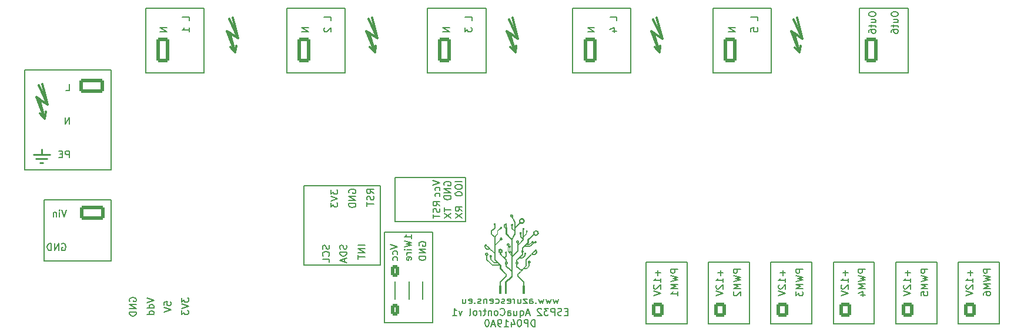
<source format=gbr>
%TF.GenerationSoftware,KiCad,Pcbnew,(6.0.7)*%
%TF.CreationDate,2023-04-19T22:26:27+02:00*%
%TF.ProjectId,mainboard,6d61696e-626f-4617-9264-2e6b69636164,rev?*%
%TF.SameCoordinates,Original*%
%TF.FileFunction,Legend,Bot*%
%TF.FilePolarity,Positive*%
%FSLAX46Y46*%
G04 Gerber Fmt 4.6, Leading zero omitted, Abs format (unit mm)*
G04 Created by KiCad (PCBNEW (6.0.7)) date 2023-04-19 22:26:27*
%MOMM*%
%LPD*%
G01*
G04 APERTURE LIST*
G04 Aperture macros list*
%AMRoundRect*
0 Rectangle with rounded corners*
0 $1 Rounding radius*
0 $2 $3 $4 $5 $6 $7 $8 $9 X,Y pos of 4 corners*
0 Add a 4 corners polygon primitive as box body*
4,1,4,$2,$3,$4,$5,$6,$7,$8,$9,$2,$3,0*
0 Add four circle primitives for the rounded corners*
1,1,$1+$1,$2,$3*
1,1,$1+$1,$4,$5*
1,1,$1+$1,$6,$7*
1,1,$1+$1,$8,$9*
0 Add four rect primitives between the rounded corners*
20,1,$1+$1,$2,$3,$4,$5,0*
20,1,$1+$1,$4,$5,$6,$7,0*
20,1,$1+$1,$6,$7,$8,$9,0*
20,1,$1+$1,$8,$9,$2,$3,0*%
G04 Aperture macros list end*
%ADD10C,0.150000*%
%ADD11C,0.250000*%
%ADD12C,0.300000*%
%ADD13C,0.010000*%
%ADD14RoundRect,0.250000X-0.650000X-1.550000X0.650000X-1.550000X0.650000X1.550000X-0.650000X1.550000X0*%
%ADD15O,1.800000X3.600000*%
%ADD16C,1.000000*%
%ADD17RoundRect,0.249999X-1.550001X0.790001X-1.550001X-0.790001X1.550001X-0.790001X1.550001X0.790001X0*%
%ADD18O,3.600000X2.080000*%
%ADD19R,1.520000X1.520000*%
%ADD20C,2.000000*%
%ADD21C,1.520000*%
%ADD22RoundRect,0.250000X-0.600000X-0.750000X0.600000X-0.750000X0.600000X0.750000X-0.600000X0.750000X0*%
%ADD23O,1.700000X2.000000*%
%ADD24C,6.400000*%
%ADD25RoundRect,0.250000X-0.350000X-0.625000X0.350000X-0.625000X0.350000X0.625000X-0.350000X0.625000X0*%
%ADD26O,1.200000X1.750000*%
%ADD27R,1.000000X1.000000*%
%ADD28O,1.000000X1.000000*%
%ADD29C,3.000000*%
%ADD30C,1.350000*%
%ADD31C,2.350000*%
G04 APERTURE END LIST*
D10*
X205100000Y-68800000D02*
X198100000Y-68800000D01*
X198100000Y-68800000D02*
X198100000Y-78100000D01*
X198100000Y-78100000D02*
X205100000Y-78100000D01*
X205100000Y-78100000D02*
X205100000Y-68800000D01*
X185400000Y-68800000D02*
X177000000Y-68800000D01*
X177000000Y-68800000D02*
X177000000Y-78100000D01*
X177000000Y-78100000D02*
X185400000Y-78100000D01*
X185400000Y-78100000D02*
X185400000Y-68800000D01*
X165200000Y-68800000D02*
X156800000Y-68800000D01*
X156800000Y-68800000D02*
X156800000Y-78100000D01*
X156800000Y-78100000D02*
X165200000Y-78100000D01*
X165200000Y-78100000D02*
X165200000Y-68800000D01*
X144300000Y-68800000D02*
X135900000Y-68800000D01*
X135900000Y-68800000D02*
X135900000Y-78100000D01*
X135900000Y-78100000D02*
X144300000Y-78100000D01*
X144300000Y-78100000D02*
X144300000Y-68800000D01*
X124000000Y-68800000D02*
X115600000Y-68800000D01*
X115600000Y-68800000D02*
X115600000Y-78100000D01*
X115600000Y-78100000D02*
X124000000Y-78100000D01*
X124000000Y-78100000D02*
X124000000Y-68800000D01*
X103700000Y-68800000D02*
X95300000Y-68800000D01*
X95300000Y-68800000D02*
X95300000Y-78100000D01*
X95300000Y-78100000D02*
X103700000Y-78100000D01*
X103700000Y-78100000D02*
X103700000Y-68800000D01*
X100452380Y-110528568D02*
X100452380Y-111147616D01*
X100833333Y-110814283D01*
X100833333Y-110957140D01*
X100880952Y-111052378D01*
X100928571Y-111099997D01*
X101023809Y-111147616D01*
X101261904Y-111147616D01*
X101357142Y-111099997D01*
X101404761Y-111052378D01*
X101452380Y-110957140D01*
X101452380Y-110671425D01*
X101404761Y-110576187D01*
X101357142Y-110528568D01*
X100452380Y-111433330D02*
X101452380Y-111766664D01*
X100452380Y-112099997D01*
X100452380Y-112338092D02*
X100452380Y-112957140D01*
X100833333Y-112623806D01*
X100833333Y-112766664D01*
X100880952Y-112861902D01*
X100928571Y-112909521D01*
X101023809Y-112957140D01*
X101261904Y-112957140D01*
X101357142Y-112909521D01*
X101404761Y-112861902D01*
X101452380Y-112766664D01*
X101452380Y-112480949D01*
X101404761Y-112385711D01*
X101357142Y-112338092D01*
X97952380Y-111587421D02*
X97952380Y-111111231D01*
X98428571Y-111063612D01*
X98380952Y-111111231D01*
X98333333Y-111206469D01*
X98333333Y-111444564D01*
X98380952Y-111539802D01*
X98428571Y-111587421D01*
X98523809Y-111635040D01*
X98761904Y-111635040D01*
X98857142Y-111587421D01*
X98904761Y-111539802D01*
X98952380Y-111444564D01*
X98952380Y-111206469D01*
X98904761Y-111111231D01*
X98857142Y-111063612D01*
X97952380Y-111920755D02*
X98952380Y-112254088D01*
X97952380Y-112587421D01*
X95452380Y-110551036D02*
X96452380Y-110884370D01*
X95452380Y-111217703D01*
X96452380Y-111979608D02*
X95452380Y-111979608D01*
X96404761Y-111979608D02*
X96452380Y-111884370D01*
X96452380Y-111693893D01*
X96404761Y-111598655D01*
X96357142Y-111551036D01*
X96261904Y-111503417D01*
X95976190Y-111503417D01*
X95880952Y-111551036D01*
X95833333Y-111598655D01*
X95785714Y-111693893D01*
X95785714Y-111884370D01*
X95833333Y-111979608D01*
X96452380Y-112884370D02*
X95452380Y-112884370D01*
X96404761Y-112884370D02*
X96452380Y-112789132D01*
X96452380Y-112598655D01*
X96404761Y-112503417D01*
X96357142Y-112455798D01*
X96261904Y-112408179D01*
X95976190Y-112408179D01*
X95880952Y-112455798D01*
X95833333Y-112503417D01*
X95785714Y-112598655D01*
X95785714Y-112789132D01*
X95833333Y-112884370D01*
X93000000Y-111038095D02*
X92952380Y-110942857D01*
X92952380Y-110800000D01*
X93000000Y-110657142D01*
X93095238Y-110561904D01*
X93190476Y-110514285D01*
X93380952Y-110466666D01*
X93523809Y-110466666D01*
X93714285Y-110514285D01*
X93809523Y-110561904D01*
X93904761Y-110657142D01*
X93952380Y-110800000D01*
X93952380Y-110895238D01*
X93904761Y-111038095D01*
X93857142Y-111085714D01*
X93523809Y-111085714D01*
X93523809Y-110895238D01*
X93952380Y-111514285D02*
X92952380Y-111514285D01*
X93952380Y-112085714D01*
X92952380Y-112085714D01*
X93952380Y-112561904D02*
X92952380Y-112561904D01*
X92952380Y-112800000D01*
X93000000Y-112942857D01*
X93095238Y-113038095D01*
X93190476Y-113085714D01*
X93380952Y-113133333D01*
X93523809Y-113133333D01*
X93714285Y-113085714D01*
X93809523Y-113038095D01*
X93904761Y-112942857D01*
X93952380Y-112800000D01*
X93952380Y-112561904D01*
X90300000Y-77700000D02*
X77900000Y-77700000D01*
X77900000Y-77700000D02*
X77900000Y-92100000D01*
X77900000Y-92100000D02*
X90300000Y-92100000D01*
X90300000Y-92100000D02*
X90300000Y-77700000D01*
X90300000Y-96400000D02*
X80700000Y-96400000D01*
X80700000Y-96400000D02*
X80700000Y-105200000D01*
X80700000Y-105200000D02*
X90300000Y-105200000D01*
X90300000Y-105200000D02*
X90300000Y-96400000D01*
X126852380Y-102968557D02*
X125852380Y-102968557D01*
X126852380Y-103444747D02*
X125852380Y-103444747D01*
X126852380Y-104016176D01*
X125852380Y-104016176D01*
X125852380Y-104349509D02*
X125852380Y-104920938D01*
X126852380Y-104635223D02*
X125852380Y-104635223D01*
X124204761Y-102927976D02*
X124252380Y-103070833D01*
X124252380Y-103308928D01*
X124204761Y-103404166D01*
X124157142Y-103451785D01*
X124061904Y-103499404D01*
X123966666Y-103499404D01*
X123871428Y-103451785D01*
X123823809Y-103404166D01*
X123776190Y-103308928D01*
X123728571Y-103118452D01*
X123680952Y-103023214D01*
X123633333Y-102975595D01*
X123538095Y-102927976D01*
X123442857Y-102927976D01*
X123347619Y-102975595D01*
X123300000Y-103023214D01*
X123252380Y-103118452D01*
X123252380Y-103356547D01*
X123300000Y-103499404D01*
X124252380Y-103927976D02*
X123252380Y-103927976D01*
X123252380Y-104166071D01*
X123300000Y-104308928D01*
X123395238Y-104404166D01*
X123490476Y-104451785D01*
X123680952Y-104499404D01*
X123823809Y-104499404D01*
X124014285Y-104451785D01*
X124109523Y-104404166D01*
X124204761Y-104308928D01*
X124252380Y-104166071D01*
X124252380Y-103927976D01*
X123966666Y-104880357D02*
X123966666Y-105356547D01*
X124252380Y-104785119D02*
X123252380Y-105118452D01*
X124252380Y-105451785D01*
X128152380Y-95497738D02*
X127676190Y-95164404D01*
X128152380Y-94926309D02*
X127152380Y-94926309D01*
X127152380Y-95307261D01*
X127200000Y-95402500D01*
X127247619Y-95450119D01*
X127342857Y-95497738D01*
X127485714Y-95497738D01*
X127580952Y-95450119D01*
X127628571Y-95402500D01*
X127676190Y-95307261D01*
X127676190Y-94926309D01*
X128104761Y-95878690D02*
X128152380Y-96021547D01*
X128152380Y-96259642D01*
X128104761Y-96354880D01*
X128057142Y-96402500D01*
X127961904Y-96450119D01*
X127866666Y-96450119D01*
X127771428Y-96402500D01*
X127723809Y-96354880D01*
X127676190Y-96259642D01*
X127628571Y-96069166D01*
X127580952Y-95973928D01*
X127533333Y-95926309D01*
X127438095Y-95878690D01*
X127342857Y-95878690D01*
X127247619Y-95926309D01*
X127200000Y-95973928D01*
X127152380Y-96069166D01*
X127152380Y-96307261D01*
X127200000Y-96450119D01*
X127152380Y-96735833D02*
X127152380Y-97307261D01*
X128152380Y-97021547D02*
X127152380Y-97021547D01*
X124600000Y-95416785D02*
X124552380Y-95321547D01*
X124552380Y-95178690D01*
X124600000Y-95035833D01*
X124695238Y-94940595D01*
X124790476Y-94892976D01*
X124980952Y-94845357D01*
X125123809Y-94845357D01*
X125314285Y-94892976D01*
X125409523Y-94940595D01*
X125504761Y-95035833D01*
X125552380Y-95178690D01*
X125552380Y-95273928D01*
X125504761Y-95416785D01*
X125457142Y-95464404D01*
X125123809Y-95464404D01*
X125123809Y-95273928D01*
X125552380Y-95892976D02*
X124552380Y-95892976D01*
X125552380Y-96464404D01*
X124552380Y-96464404D01*
X125552380Y-96940595D02*
X124552380Y-96940595D01*
X124552380Y-97178690D01*
X124600000Y-97321547D01*
X124695238Y-97416785D01*
X124790476Y-97464404D01*
X124980952Y-97512023D01*
X125123809Y-97512023D01*
X125314285Y-97464404D01*
X125409523Y-97416785D01*
X125504761Y-97321547D01*
X125552380Y-97178690D01*
X125552380Y-96940595D01*
X129100000Y-94400000D02*
X118100000Y-94400000D01*
X118100000Y-94400000D02*
X118100000Y-105800000D01*
X118100000Y-105800000D02*
X129100000Y-105800000D01*
X129100000Y-105800000D02*
X129100000Y-94400000D01*
X173250000Y-105400000D02*
X167350000Y-105400000D01*
X167350000Y-105400000D02*
X167350000Y-114300000D01*
X167350000Y-114300000D02*
X173250000Y-114300000D01*
X173250000Y-114300000D02*
X173250000Y-105400000D01*
X182250000Y-105400000D02*
X176350000Y-105400000D01*
X176350000Y-105400000D02*
X176350000Y-114300000D01*
X176350000Y-114300000D02*
X182250000Y-114300000D01*
X182250000Y-114300000D02*
X182250000Y-105400000D01*
X191250000Y-105400000D02*
X185350000Y-105400000D01*
X185350000Y-105400000D02*
X185350000Y-114300000D01*
X185350000Y-114300000D02*
X191250000Y-114300000D01*
X191250000Y-114300000D02*
X191250000Y-105400000D01*
X200250000Y-105400000D02*
X194350000Y-105400000D01*
X194350000Y-105400000D02*
X194350000Y-114300000D01*
X194350000Y-114300000D02*
X200250000Y-114300000D01*
X200250000Y-114300000D02*
X200250000Y-105400000D01*
X209250000Y-105400000D02*
X203350000Y-105400000D01*
X203350000Y-105400000D02*
X203350000Y-114300000D01*
X203350000Y-114300000D02*
X209250000Y-114300000D01*
X209250000Y-114300000D02*
X209250000Y-105400000D01*
X218250000Y-105400000D02*
X212350000Y-105400000D01*
X212350000Y-105400000D02*
X212350000Y-114300000D01*
X212350000Y-114300000D02*
X218250000Y-114300000D01*
X218250000Y-114300000D02*
X218250000Y-105400000D01*
X198953485Y-106411311D02*
X197953485Y-106411311D01*
X197953485Y-106792264D01*
X198001105Y-106887502D01*
X198048724Y-106935121D01*
X198143962Y-106982740D01*
X198286819Y-106982740D01*
X198382057Y-106935121D01*
X198429676Y-106887502D01*
X198477295Y-106792264D01*
X198477295Y-106411311D01*
X197953485Y-107316073D02*
X198953485Y-107554168D01*
X198239200Y-107744644D01*
X198953485Y-107935121D01*
X197953485Y-108173216D01*
X198953485Y-108554168D02*
X197953485Y-108554168D01*
X198667771Y-108887502D01*
X197953485Y-109220835D01*
X198953485Y-109220835D01*
X198286819Y-110125597D02*
X198953485Y-110125597D01*
X197905866Y-109887502D02*
X198620152Y-109649406D01*
X198620152Y-110268454D01*
X216965579Y-106398673D02*
X215965579Y-106398673D01*
X215965579Y-106779626D01*
X216013199Y-106874864D01*
X216060818Y-106922483D01*
X216156056Y-106970102D01*
X216298913Y-106970102D01*
X216394151Y-106922483D01*
X216441770Y-106874864D01*
X216489389Y-106779626D01*
X216489389Y-106398673D01*
X215965579Y-107303435D02*
X216965579Y-107541530D01*
X216251294Y-107732006D01*
X216965579Y-107922483D01*
X215965579Y-108160578D01*
X216965579Y-108541530D02*
X215965579Y-108541530D01*
X216679865Y-108874864D01*
X215965579Y-109208197D01*
X216965579Y-109208197D01*
X215965579Y-110112959D02*
X215965579Y-109922483D01*
X216013199Y-109827245D01*
X216060818Y-109779626D01*
X216203675Y-109684387D01*
X216394151Y-109636768D01*
X216775103Y-109636768D01*
X216870341Y-109684387D01*
X216917960Y-109732006D01*
X216965579Y-109827245D01*
X216965579Y-110017721D01*
X216917960Y-110112959D01*
X216870341Y-110160578D01*
X216775103Y-110208197D01*
X216537008Y-110208197D01*
X216441770Y-110160578D01*
X216394151Y-110112959D01*
X216346532Y-110017721D01*
X216346532Y-109827245D01*
X216394151Y-109732006D01*
X216441770Y-109684387D01*
X216537008Y-109636768D01*
X207952380Y-106419047D02*
X206952380Y-106419047D01*
X206952380Y-106800000D01*
X207000000Y-106895238D01*
X207047619Y-106942857D01*
X207142857Y-106990476D01*
X207285714Y-106990476D01*
X207380952Y-106942857D01*
X207428571Y-106895238D01*
X207476190Y-106800000D01*
X207476190Y-106419047D01*
X206952380Y-107323809D02*
X207952380Y-107561904D01*
X207238095Y-107752380D01*
X207952380Y-107942857D01*
X206952380Y-108180952D01*
X207952380Y-108561904D02*
X206952380Y-108561904D01*
X207666666Y-108895238D01*
X206952380Y-109228571D01*
X207952380Y-109228571D01*
X206952380Y-110180952D02*
X206952380Y-109704761D01*
X207428571Y-109657142D01*
X207380952Y-109704761D01*
X207333333Y-109800000D01*
X207333333Y-110038095D01*
X207380952Y-110133333D01*
X207428571Y-110180952D01*
X207523809Y-110228571D01*
X207761904Y-110228571D01*
X207857142Y-110180952D01*
X207904761Y-110133333D01*
X207952380Y-110038095D01*
X207952380Y-109800000D01*
X207904761Y-109704761D01*
X207857142Y-109657142D01*
X189952380Y-106419047D02*
X188952380Y-106419047D01*
X188952380Y-106800000D01*
X189000000Y-106895238D01*
X189047619Y-106942857D01*
X189142857Y-106990476D01*
X189285714Y-106990476D01*
X189380952Y-106942857D01*
X189428571Y-106895238D01*
X189476190Y-106800000D01*
X189476190Y-106419047D01*
X188952380Y-107323809D02*
X189952380Y-107561904D01*
X189238095Y-107752380D01*
X189952380Y-107942857D01*
X188952380Y-108180952D01*
X189952380Y-108561904D02*
X188952380Y-108561904D01*
X189666666Y-108895238D01*
X188952380Y-109228571D01*
X189952380Y-109228571D01*
X188952380Y-109609523D02*
X188952380Y-110228571D01*
X189333333Y-109895238D01*
X189333333Y-110038095D01*
X189380952Y-110133333D01*
X189428571Y-110180952D01*
X189523809Y-110228571D01*
X189761904Y-110228571D01*
X189857142Y-110180952D01*
X189904761Y-110133333D01*
X189952380Y-110038095D01*
X189952380Y-109752380D01*
X189904761Y-109657142D01*
X189857142Y-109609523D01*
X180952380Y-106419047D02*
X179952380Y-106419047D01*
X179952380Y-106800000D01*
X180000000Y-106895238D01*
X180047619Y-106942857D01*
X180142857Y-106990476D01*
X180285714Y-106990476D01*
X180380952Y-106942857D01*
X180428571Y-106895238D01*
X180476190Y-106800000D01*
X180476190Y-106419047D01*
X179952380Y-107323809D02*
X180952380Y-107561904D01*
X180238095Y-107752380D01*
X180952380Y-107942857D01*
X179952380Y-108180952D01*
X180952380Y-108561904D02*
X179952380Y-108561904D01*
X180666666Y-108895238D01*
X179952380Y-109228571D01*
X180952380Y-109228571D01*
X180047619Y-109657142D02*
X180000000Y-109704761D01*
X179952380Y-109800000D01*
X179952380Y-110038095D01*
X180000000Y-110133333D01*
X180047619Y-110180952D01*
X180142857Y-110228571D01*
X180238095Y-110228571D01*
X180380952Y-110180952D01*
X180952380Y-109609523D01*
X180952380Y-110228571D01*
X171952380Y-106419047D02*
X170952380Y-106419047D01*
X170952380Y-106800000D01*
X171000000Y-106895238D01*
X171047619Y-106942857D01*
X171142857Y-106990476D01*
X171285714Y-106990476D01*
X171380952Y-106942857D01*
X171428571Y-106895238D01*
X171476190Y-106800000D01*
X171476190Y-106419047D01*
X170952380Y-107323809D02*
X171952380Y-107561904D01*
X171238095Y-107752380D01*
X171952380Y-107942857D01*
X170952380Y-108180952D01*
X171952380Y-108561904D02*
X170952380Y-108561904D01*
X171666666Y-108895238D01*
X170952380Y-109228571D01*
X171952380Y-109228571D01*
X171952380Y-110228571D02*
X171952380Y-109657142D01*
X171952380Y-109942857D02*
X170952380Y-109942857D01*
X171095238Y-109847619D01*
X171190476Y-109752380D01*
X171238095Y-109657142D01*
X214071428Y-106538095D02*
X214071428Y-107300000D01*
X214452380Y-106919047D02*
X213690476Y-106919047D01*
X214452380Y-108300000D02*
X214452380Y-107728571D01*
X214452380Y-108014285D02*
X213452380Y-108014285D01*
X213595238Y-107919047D01*
X213690476Y-107823809D01*
X213738095Y-107728571D01*
X213547619Y-108680952D02*
X213500000Y-108728571D01*
X213452380Y-108823809D01*
X213452380Y-109061904D01*
X213500000Y-109157142D01*
X213547619Y-109204761D01*
X213642857Y-109252380D01*
X213738095Y-109252380D01*
X213880952Y-109204761D01*
X214452380Y-108633333D01*
X214452380Y-109252380D01*
X213452380Y-109538095D02*
X214452380Y-109871428D01*
X213452380Y-110204761D01*
X205071428Y-106538095D02*
X205071428Y-107300000D01*
X205452380Y-106919047D02*
X204690476Y-106919047D01*
X205452380Y-108300000D02*
X205452380Y-107728571D01*
X205452380Y-108014285D02*
X204452380Y-108014285D01*
X204595238Y-107919047D01*
X204690476Y-107823809D01*
X204738095Y-107728571D01*
X204547619Y-108680952D02*
X204500000Y-108728571D01*
X204452380Y-108823809D01*
X204452380Y-109061904D01*
X204500000Y-109157142D01*
X204547619Y-109204761D01*
X204642857Y-109252380D01*
X204738095Y-109252380D01*
X204880952Y-109204761D01*
X205452380Y-108633333D01*
X205452380Y-109252380D01*
X204452380Y-109538095D02*
X205452380Y-109871428D01*
X204452380Y-110204761D01*
X196071428Y-106538095D02*
X196071428Y-107300000D01*
X196452380Y-106919047D02*
X195690476Y-106919047D01*
X196452380Y-108300000D02*
X196452380Y-107728571D01*
X196452380Y-108014285D02*
X195452380Y-108014285D01*
X195595238Y-107919047D01*
X195690476Y-107823809D01*
X195738095Y-107728571D01*
X195547619Y-108680952D02*
X195500000Y-108728571D01*
X195452380Y-108823809D01*
X195452380Y-109061904D01*
X195500000Y-109157142D01*
X195547619Y-109204761D01*
X195642857Y-109252380D01*
X195738095Y-109252380D01*
X195880952Y-109204761D01*
X196452380Y-108633333D01*
X196452380Y-109252380D01*
X195452380Y-109538095D02*
X196452380Y-109871428D01*
X195452380Y-110204761D01*
X187071428Y-106536434D02*
X187071428Y-107298339D01*
X187452380Y-106917386D02*
X186690476Y-106917386D01*
X187452380Y-108298339D02*
X187452380Y-107726910D01*
X187452380Y-108012624D02*
X186452380Y-108012624D01*
X186595238Y-107917386D01*
X186690476Y-107822148D01*
X186738095Y-107726910D01*
X186547619Y-108679291D02*
X186500000Y-108726910D01*
X186452380Y-108822148D01*
X186452380Y-109060243D01*
X186500000Y-109155481D01*
X186547619Y-109203100D01*
X186642857Y-109250719D01*
X186738095Y-109250719D01*
X186880952Y-109203100D01*
X187452380Y-108631672D01*
X187452380Y-109250719D01*
X186452380Y-109536434D02*
X187452380Y-109869767D01*
X186452380Y-110203100D01*
X178071428Y-106536434D02*
X178071428Y-107298339D01*
X178452380Y-106917386D02*
X177690476Y-106917386D01*
X178452380Y-108298339D02*
X178452380Y-107726910D01*
X178452380Y-108012624D02*
X177452380Y-108012624D01*
X177595238Y-107917386D01*
X177690476Y-107822148D01*
X177738095Y-107726910D01*
X177547619Y-108679291D02*
X177500000Y-108726910D01*
X177452380Y-108822148D01*
X177452380Y-109060243D01*
X177500000Y-109155481D01*
X177547619Y-109203100D01*
X177642857Y-109250719D01*
X177738095Y-109250719D01*
X177880952Y-109203100D01*
X178452380Y-108631672D01*
X178452380Y-109250719D01*
X177452380Y-109536434D02*
X178452380Y-109869767D01*
X177452380Y-110203100D01*
X131200000Y-108200000D02*
X131200000Y-110700000D01*
X133200000Y-108200000D02*
X133200000Y-110700000D01*
X135200000Y-108200000D02*
X135200000Y-110700000D01*
X134700000Y-103012857D02*
X134652380Y-102917619D01*
X134652380Y-102774762D01*
X134700000Y-102631905D01*
X134795238Y-102536667D01*
X134890476Y-102489048D01*
X135080952Y-102441429D01*
X135223809Y-102441429D01*
X135414285Y-102489048D01*
X135509523Y-102536667D01*
X135604761Y-102631905D01*
X135652380Y-102774762D01*
X135652380Y-102870000D01*
X135604761Y-103012857D01*
X135557142Y-103060476D01*
X135223809Y-103060476D01*
X135223809Y-102870000D01*
X135652380Y-103489048D02*
X134652380Y-103489048D01*
X135652380Y-104060476D01*
X134652380Y-104060476D01*
X135652380Y-104536667D02*
X134652380Y-104536667D01*
X134652380Y-104774762D01*
X134700000Y-104917619D01*
X134795238Y-105012857D01*
X134890476Y-105060476D01*
X135080952Y-105108095D01*
X135223809Y-105108095D01*
X135414285Y-105060476D01*
X135509523Y-105012857D01*
X135604761Y-104917619D01*
X135652380Y-104774762D01*
X135652380Y-104536667D01*
X133552380Y-102016785D02*
X133552380Y-101445357D01*
X133552380Y-101731071D02*
X132552380Y-101731071D01*
X132695238Y-101635833D01*
X132790476Y-101540595D01*
X132838095Y-101445357D01*
X132552380Y-102350119D02*
X133552380Y-102588214D01*
X132838095Y-102778690D01*
X133552380Y-102969166D01*
X132552380Y-103207261D01*
X133552380Y-103588214D02*
X132885714Y-103588214D01*
X132552380Y-103588214D02*
X132600000Y-103540595D01*
X132647619Y-103588214D01*
X132600000Y-103635833D01*
X132552380Y-103588214D01*
X132647619Y-103588214D01*
X133552380Y-104064404D02*
X132885714Y-104064404D01*
X133076190Y-104064404D02*
X132980952Y-104112023D01*
X132933333Y-104159642D01*
X132885714Y-104254880D01*
X132885714Y-104350119D01*
X133504761Y-105064404D02*
X133552380Y-104969166D01*
X133552380Y-104778690D01*
X133504761Y-104683452D01*
X133409523Y-104635833D01*
X133028571Y-104635833D01*
X132933333Y-104683452D01*
X132885714Y-104778690D01*
X132885714Y-104969166D01*
X132933333Y-105064404D01*
X133028571Y-105112023D01*
X133123809Y-105112023D01*
X133219047Y-104635833D01*
X136600000Y-101100000D02*
X129700000Y-101100000D01*
X129700000Y-101100000D02*
X129700000Y-114100000D01*
X129700000Y-114100000D02*
X136600000Y-114100000D01*
X136600000Y-114100000D02*
X136600000Y-101100000D01*
X199442380Y-69554880D02*
X199442380Y-69745357D01*
X199490000Y-69840595D01*
X199585238Y-69935833D01*
X199775714Y-69983452D01*
X200109047Y-69983452D01*
X200299523Y-69935833D01*
X200394761Y-69840595D01*
X200442380Y-69745357D01*
X200442380Y-69554880D01*
X200394761Y-69459642D01*
X200299523Y-69364404D01*
X200109047Y-69316785D01*
X199775714Y-69316785D01*
X199585238Y-69364404D01*
X199490000Y-69459642D01*
X199442380Y-69554880D01*
X199775714Y-70840595D02*
X200442380Y-70840595D01*
X199775714Y-70412023D02*
X200299523Y-70412023D01*
X200394761Y-70459642D01*
X200442380Y-70554880D01*
X200442380Y-70697738D01*
X200394761Y-70792976D01*
X200347142Y-70840595D01*
X199775714Y-71173928D02*
X199775714Y-71554880D01*
X199442380Y-71316785D02*
X200299523Y-71316785D01*
X200394761Y-71364404D01*
X200442380Y-71459642D01*
X200442380Y-71554880D01*
X199442380Y-72316785D02*
X199442380Y-72126309D01*
X199490000Y-72031071D01*
X199537619Y-71983452D01*
X199680476Y-71888214D01*
X199870952Y-71840595D01*
X200251904Y-71840595D01*
X200347142Y-71888214D01*
X200394761Y-71935833D01*
X200442380Y-72031071D01*
X200442380Y-72221547D01*
X200394761Y-72316785D01*
X200347142Y-72364404D01*
X200251904Y-72412023D01*
X200013809Y-72412023D01*
X199918571Y-72364404D01*
X199870952Y-72316785D01*
X199823333Y-72221547D01*
X199823333Y-72031071D01*
X199870952Y-71935833D01*
X199918571Y-71888214D01*
X200013809Y-71840595D01*
X202662380Y-69554880D02*
X202662380Y-69745357D01*
X202710000Y-69840595D01*
X202805238Y-69935833D01*
X202995714Y-69983452D01*
X203329047Y-69983452D01*
X203519523Y-69935833D01*
X203614761Y-69840595D01*
X203662380Y-69745357D01*
X203662380Y-69554880D01*
X203614761Y-69459642D01*
X203519523Y-69364404D01*
X203329047Y-69316785D01*
X202995714Y-69316785D01*
X202805238Y-69364404D01*
X202710000Y-69459642D01*
X202662380Y-69554880D01*
X202995714Y-70840595D02*
X203662380Y-70840595D01*
X202995714Y-70412023D02*
X203519523Y-70412023D01*
X203614761Y-70459642D01*
X203662380Y-70554880D01*
X203662380Y-70697738D01*
X203614761Y-70792976D01*
X203567142Y-70840595D01*
X202995714Y-71173928D02*
X202995714Y-71554880D01*
X202662380Y-71316785D02*
X203519523Y-71316785D01*
X203614761Y-71364404D01*
X203662380Y-71459642D01*
X203662380Y-71554880D01*
X202662380Y-72316785D02*
X202662380Y-72126309D01*
X202710000Y-72031071D01*
X202757619Y-71983452D01*
X202900476Y-71888214D01*
X203090952Y-71840595D01*
X203471904Y-71840595D01*
X203567142Y-71888214D01*
X203614761Y-71935833D01*
X203662380Y-72031071D01*
X203662380Y-72221547D01*
X203614761Y-72316785D01*
X203567142Y-72364404D01*
X203471904Y-72412023D01*
X203233809Y-72412023D01*
X203138571Y-72364404D01*
X203090952Y-72316785D01*
X203043333Y-72221547D01*
X203043333Y-72031071D01*
X203090952Y-71935833D01*
X203138571Y-71888214D01*
X203233809Y-71840595D01*
X180242380Y-71592974D02*
X179242380Y-71592974D01*
X180242380Y-72164402D01*
X179242380Y-72164402D01*
X183462380Y-70592974D02*
X183462380Y-70116783D01*
X182462380Y-70116783D01*
X182462380Y-72164402D02*
X182462380Y-71688212D01*
X182938571Y-71640593D01*
X182890952Y-71688212D01*
X182843333Y-71783450D01*
X182843333Y-72021545D01*
X182890952Y-72116783D01*
X182938571Y-72164402D01*
X183033809Y-72212021D01*
X183271904Y-72212021D01*
X183367142Y-72164402D01*
X183414761Y-72116783D01*
X183462380Y-72021545D01*
X183462380Y-71783450D01*
X183414761Y-71688212D01*
X183367142Y-71640593D01*
X159942380Y-71592975D02*
X158942380Y-71592975D01*
X159942380Y-72164403D01*
X158942380Y-72164403D01*
X163162380Y-70592975D02*
X163162380Y-70116784D01*
X162162380Y-70116784D01*
X162495714Y-72116784D02*
X163162380Y-72116784D01*
X162114761Y-71878689D02*
X162829047Y-71640594D01*
X162829047Y-72259641D01*
X139042380Y-71592976D02*
X138042380Y-71592976D01*
X139042380Y-72164404D01*
X138042380Y-72164404D01*
X142262380Y-70592976D02*
X142262380Y-70116785D01*
X141262380Y-70116785D01*
X141262380Y-71592976D02*
X141262380Y-72212023D01*
X141643333Y-71878690D01*
X141643333Y-72021547D01*
X141690952Y-72116785D01*
X141738571Y-72164404D01*
X141833809Y-72212023D01*
X142071904Y-72212023D01*
X142167142Y-72164404D01*
X142214761Y-72116785D01*
X142262380Y-72021547D01*
X142262380Y-71735833D01*
X142214761Y-71640595D01*
X142167142Y-71592976D01*
X118742380Y-71592976D02*
X117742380Y-71592976D01*
X118742380Y-72164404D01*
X117742380Y-72164404D01*
X121962380Y-70592976D02*
X121962380Y-70116785D01*
X120962380Y-70116785D01*
X121057619Y-71640595D02*
X121010000Y-71688214D01*
X120962380Y-71783452D01*
X120962380Y-72021547D01*
X121010000Y-72116785D01*
X121057619Y-72164404D01*
X121152857Y-72212023D01*
X121248095Y-72212023D01*
X121390952Y-72164404D01*
X121962380Y-71592976D01*
X121962380Y-72212023D01*
X98342380Y-71592976D02*
X97342380Y-71592976D01*
X98342380Y-72164404D01*
X97342380Y-72164404D01*
X101562380Y-70592976D02*
X101562380Y-70116785D01*
X100562380Y-70116785D01*
X101562380Y-72212023D02*
X101562380Y-71640595D01*
X101562380Y-71926309D02*
X100562380Y-71926309D01*
X100705238Y-71831071D01*
X100800476Y-71735833D01*
X100848095Y-71640595D01*
D11*
X80300000Y-89900000D02*
X80300000Y-89100000D01*
X81500000Y-89900000D02*
X79100000Y-89900000D01*
X81100000Y-90500000D02*
X79500000Y-90500000D01*
X80500000Y-91100000D02*
X80100000Y-91100000D01*
D10*
X83788214Y-80692380D02*
X84264404Y-80692380D01*
X84264404Y-79692380D01*
X84264404Y-85522380D02*
X84264404Y-84522380D01*
X83692976Y-85522380D01*
X83692976Y-84522380D01*
X84264404Y-90352380D02*
X84264404Y-89352380D01*
X83883452Y-89352380D01*
X83788214Y-89400000D01*
X83740595Y-89447619D01*
X83692976Y-89542857D01*
X83692976Y-89685714D01*
X83740595Y-89780952D01*
X83788214Y-89828571D01*
X83883452Y-89876190D01*
X84264404Y-89876190D01*
X83264404Y-89828571D02*
X82931071Y-89828571D01*
X82788214Y-90352380D02*
X83264404Y-90352380D01*
X83264404Y-89352380D01*
X82788214Y-89352380D01*
X83887261Y-97887380D02*
X83553928Y-98887380D01*
X83220595Y-97887380D01*
X82887261Y-98887380D02*
X82887261Y-98220714D01*
X82887261Y-97887380D02*
X82934880Y-97935000D01*
X82887261Y-97982619D01*
X82839642Y-97935000D01*
X82887261Y-97887380D01*
X82887261Y-97982619D01*
X82411071Y-98220714D02*
X82411071Y-98887380D01*
X82411071Y-98315952D02*
X82363452Y-98268333D01*
X82268214Y-98220714D01*
X82125357Y-98220714D01*
X82030119Y-98268333D01*
X81982500Y-98363571D01*
X81982500Y-98887380D01*
X83220595Y-102765000D02*
X83315833Y-102717380D01*
X83458690Y-102717380D01*
X83601547Y-102765000D01*
X83696785Y-102860238D01*
X83744404Y-102955476D01*
X83792023Y-103145952D01*
X83792023Y-103288809D01*
X83744404Y-103479285D01*
X83696785Y-103574523D01*
X83601547Y-103669761D01*
X83458690Y-103717380D01*
X83363452Y-103717380D01*
X83220595Y-103669761D01*
X83172976Y-103622142D01*
X83172976Y-103288809D01*
X83363452Y-103288809D01*
X82744404Y-103717380D02*
X82744404Y-102717380D01*
X82172976Y-103717380D01*
X82172976Y-102717380D01*
X81696785Y-103717380D02*
X81696785Y-102717380D01*
X81458690Y-102717380D01*
X81315833Y-102765000D01*
X81220595Y-102860238D01*
X81172976Y-102955476D01*
X81125357Y-103145952D01*
X81125357Y-103288809D01*
X81172976Y-103479285D01*
X81220595Y-103574523D01*
X81315833Y-103669761D01*
X81458690Y-103717380D01*
X81696785Y-103717380D01*
X130552380Y-102846309D02*
X131552380Y-103179642D01*
X130552380Y-103512976D01*
X131504761Y-104274880D02*
X131552380Y-104179642D01*
X131552380Y-103989166D01*
X131504761Y-103893928D01*
X131457142Y-103846309D01*
X131361904Y-103798690D01*
X131076190Y-103798690D01*
X130980952Y-103846309D01*
X130933333Y-103893928D01*
X130885714Y-103989166D01*
X130885714Y-104179642D01*
X130933333Y-104274880D01*
X131504761Y-105132023D02*
X131552380Y-105036785D01*
X131552380Y-104846309D01*
X131504761Y-104751071D01*
X131457142Y-104703452D01*
X131361904Y-104655833D01*
X131076190Y-104655833D01*
X130980952Y-104703452D01*
X130933333Y-104751071D01*
X130885714Y-104846309D01*
X130885714Y-105036785D01*
X130933333Y-105132023D01*
X131250000Y-93205000D02*
X141340000Y-93205000D01*
X141340000Y-93205000D02*
X141340000Y-99555000D01*
X141340000Y-99555000D02*
X131250000Y-99555000D01*
X131250000Y-99555000D02*
X131250000Y-93205000D01*
X137672380Y-97262738D02*
X137196190Y-96929404D01*
X137672380Y-96691309D02*
X136672380Y-96691309D01*
X136672380Y-97072261D01*
X136720000Y-97167500D01*
X136767619Y-97215119D01*
X136862857Y-97262738D01*
X137005714Y-97262738D01*
X137100952Y-97215119D01*
X137148571Y-97167500D01*
X137196190Y-97072261D01*
X137196190Y-96691309D01*
X137624761Y-97643690D02*
X137672380Y-97786547D01*
X137672380Y-98024642D01*
X137624761Y-98119880D01*
X137577142Y-98167500D01*
X137481904Y-98215119D01*
X137386666Y-98215119D01*
X137291428Y-98167500D01*
X137243809Y-98119880D01*
X137196190Y-98024642D01*
X137148571Y-97834166D01*
X137100952Y-97738928D01*
X137053333Y-97691309D01*
X136958095Y-97643690D01*
X136862857Y-97643690D01*
X136767619Y-97691309D01*
X136720000Y-97738928D01*
X136672380Y-97834166D01*
X136672380Y-98072261D01*
X136720000Y-98215119D01*
X136672380Y-98500833D02*
X136672380Y-99072261D01*
X137672380Y-98786547D02*
X136672380Y-98786547D01*
X138282380Y-97548452D02*
X138282380Y-98119880D01*
X139282380Y-97834166D02*
X138282380Y-97834166D01*
X138282380Y-98357976D02*
X139282380Y-99024642D01*
X138282380Y-99024642D02*
X139282380Y-98357976D01*
X140892380Y-98024642D02*
X140416190Y-97691309D01*
X140892380Y-97453214D02*
X139892380Y-97453214D01*
X139892380Y-97834166D01*
X139940000Y-97929404D01*
X139987619Y-97977023D01*
X140082857Y-98024642D01*
X140225714Y-98024642D01*
X140320952Y-97977023D01*
X140368571Y-97929404D01*
X140416190Y-97834166D01*
X140416190Y-97453214D01*
X139892380Y-98357976D02*
X140892380Y-99024642D01*
X139892380Y-99024642D02*
X140892380Y-98357976D01*
X169071428Y-106538095D02*
X169071428Y-107300000D01*
X169452380Y-106919047D02*
X168690476Y-106919047D01*
X169452380Y-108300000D02*
X169452380Y-107728571D01*
X169452380Y-108014285D02*
X168452380Y-108014285D01*
X168595238Y-107919047D01*
X168690476Y-107823809D01*
X168738095Y-107728571D01*
X168547619Y-108680952D02*
X168500000Y-108728571D01*
X168452380Y-108823809D01*
X168452380Y-109061904D01*
X168500000Y-109157142D01*
X168547619Y-109204761D01*
X168642857Y-109252380D01*
X168738095Y-109252380D01*
X168880952Y-109204761D01*
X169452380Y-108633333D01*
X169452380Y-109252380D01*
X168452380Y-109538095D02*
X169452380Y-109871428D01*
X168452380Y-110204761D01*
X121704761Y-102927976D02*
X121752380Y-103070833D01*
X121752380Y-103308928D01*
X121704761Y-103404166D01*
X121657142Y-103451785D01*
X121561904Y-103499404D01*
X121466666Y-103499404D01*
X121371428Y-103451785D01*
X121323809Y-103404166D01*
X121276190Y-103308928D01*
X121228571Y-103118452D01*
X121180952Y-103023214D01*
X121133333Y-102975595D01*
X121038095Y-102927976D01*
X120942857Y-102927976D01*
X120847619Y-102975595D01*
X120800000Y-103023214D01*
X120752380Y-103118452D01*
X120752380Y-103356547D01*
X120800000Y-103499404D01*
X121657142Y-104499404D02*
X121704761Y-104451785D01*
X121752380Y-104308928D01*
X121752380Y-104213690D01*
X121704761Y-104070833D01*
X121609523Y-103975595D01*
X121514285Y-103927976D01*
X121323809Y-103880357D01*
X121180952Y-103880357D01*
X120990476Y-103927976D01*
X120895238Y-103975595D01*
X120800000Y-104070833D01*
X120752380Y-104213690D01*
X120752380Y-104308928D01*
X120800000Y-104451785D01*
X120847619Y-104499404D01*
X121752380Y-105404166D02*
X121752380Y-104927976D01*
X120752380Y-104927976D01*
X121952380Y-94983452D02*
X121952380Y-95602500D01*
X122333333Y-95269166D01*
X122333333Y-95412023D01*
X122380952Y-95507261D01*
X122428571Y-95554880D01*
X122523809Y-95602500D01*
X122761904Y-95602500D01*
X122857142Y-95554880D01*
X122904761Y-95507261D01*
X122952380Y-95412023D01*
X122952380Y-95126309D01*
X122904761Y-95031071D01*
X122857142Y-94983452D01*
X121952380Y-95888214D02*
X122952380Y-96221547D01*
X121952380Y-96554880D01*
X121952380Y-96792976D02*
X121952380Y-97412023D01*
X122333333Y-97078690D01*
X122333333Y-97221547D01*
X122380952Y-97316785D01*
X122428571Y-97364404D01*
X122523809Y-97412023D01*
X122761904Y-97412023D01*
X122857142Y-97364404D01*
X122904761Y-97316785D01*
X122952380Y-97221547D01*
X122952380Y-96935833D01*
X122904761Y-96840595D01*
X122857142Y-96792976D01*
X154752380Y-110685714D02*
X154561904Y-111352380D01*
X154371428Y-110876190D01*
X154180952Y-111352380D01*
X153990476Y-110685714D01*
X153704761Y-110685714D02*
X153514285Y-111352380D01*
X153323809Y-110876190D01*
X153133333Y-111352380D01*
X152942857Y-110685714D01*
X152657142Y-110685714D02*
X152466666Y-111352380D01*
X152276190Y-110876190D01*
X152085714Y-111352380D01*
X151895238Y-110685714D01*
X151514285Y-111257142D02*
X151466666Y-111304761D01*
X151514285Y-111352380D01*
X151561904Y-111304761D01*
X151514285Y-111257142D01*
X151514285Y-111352380D01*
X150609523Y-111352380D02*
X150609523Y-110828571D01*
X150657142Y-110733333D01*
X150752380Y-110685714D01*
X150942857Y-110685714D01*
X151038095Y-110733333D01*
X150609523Y-111304761D02*
X150704761Y-111352380D01*
X150942857Y-111352380D01*
X151038095Y-111304761D01*
X151085714Y-111209523D01*
X151085714Y-111114285D01*
X151038095Y-111019047D01*
X150942857Y-110971428D01*
X150704761Y-110971428D01*
X150609523Y-110923809D01*
X150228571Y-110685714D02*
X149704761Y-110685714D01*
X150228571Y-111352380D01*
X149704761Y-111352380D01*
X148895238Y-110685714D02*
X148895238Y-111352380D01*
X149323809Y-110685714D02*
X149323809Y-111209523D01*
X149276190Y-111304761D01*
X149180952Y-111352380D01*
X149038095Y-111352380D01*
X148942857Y-111304761D01*
X148895238Y-111257142D01*
X148419047Y-111352380D02*
X148419047Y-110685714D01*
X148419047Y-110876190D02*
X148371428Y-110780952D01*
X148323809Y-110733333D01*
X148228571Y-110685714D01*
X148133333Y-110685714D01*
X147419047Y-111304761D02*
X147514285Y-111352380D01*
X147704761Y-111352380D01*
X147800000Y-111304761D01*
X147847619Y-111209523D01*
X147847619Y-110828571D01*
X147800000Y-110733333D01*
X147704761Y-110685714D01*
X147514285Y-110685714D01*
X147419047Y-110733333D01*
X147371428Y-110828571D01*
X147371428Y-110923809D01*
X147847619Y-111019047D01*
X146990476Y-111304761D02*
X146895238Y-111352380D01*
X146704761Y-111352380D01*
X146609523Y-111304761D01*
X146561904Y-111209523D01*
X146561904Y-111161904D01*
X146609523Y-111066666D01*
X146704761Y-111019047D01*
X146847619Y-111019047D01*
X146942857Y-110971428D01*
X146990476Y-110876190D01*
X146990476Y-110828571D01*
X146942857Y-110733333D01*
X146847619Y-110685714D01*
X146704761Y-110685714D01*
X146609523Y-110733333D01*
X145704761Y-111304761D02*
X145800000Y-111352380D01*
X145990476Y-111352380D01*
X146085714Y-111304761D01*
X146133333Y-111257142D01*
X146180952Y-111161904D01*
X146180952Y-110876190D01*
X146133333Y-110780952D01*
X146085714Y-110733333D01*
X145990476Y-110685714D01*
X145800000Y-110685714D01*
X145704761Y-110733333D01*
X144895238Y-111304761D02*
X144990476Y-111352380D01*
X145180952Y-111352380D01*
X145276190Y-111304761D01*
X145323809Y-111209523D01*
X145323809Y-110828571D01*
X145276190Y-110733333D01*
X145180952Y-110685714D01*
X144990476Y-110685714D01*
X144895238Y-110733333D01*
X144847619Y-110828571D01*
X144847619Y-110923809D01*
X145323809Y-111019047D01*
X144419047Y-110685714D02*
X144419047Y-111352380D01*
X144419047Y-110780952D02*
X144371428Y-110733333D01*
X144276190Y-110685714D01*
X144133333Y-110685714D01*
X144038095Y-110733333D01*
X143990476Y-110828571D01*
X143990476Y-111352380D01*
X143561904Y-111304761D02*
X143466666Y-111352380D01*
X143276190Y-111352380D01*
X143180952Y-111304761D01*
X143133333Y-111209523D01*
X143133333Y-111161904D01*
X143180952Y-111066666D01*
X143276190Y-111019047D01*
X143419047Y-111019047D01*
X143514285Y-110971428D01*
X143561904Y-110876190D01*
X143561904Y-110828571D01*
X143514285Y-110733333D01*
X143419047Y-110685714D01*
X143276190Y-110685714D01*
X143180952Y-110733333D01*
X142704761Y-111257142D02*
X142657142Y-111304761D01*
X142704761Y-111352380D01*
X142752380Y-111304761D01*
X142704761Y-111257142D01*
X142704761Y-111352380D01*
X141847619Y-111304761D02*
X141942857Y-111352380D01*
X142133333Y-111352380D01*
X142228571Y-111304761D01*
X142276190Y-111209523D01*
X142276190Y-110828571D01*
X142228571Y-110733333D01*
X142133333Y-110685714D01*
X141942857Y-110685714D01*
X141847619Y-110733333D01*
X141800000Y-110828571D01*
X141800000Y-110923809D01*
X142276190Y-111019047D01*
X140942857Y-110685714D02*
X140942857Y-111352380D01*
X141371428Y-110685714D02*
X141371428Y-111209523D01*
X141323809Y-111304761D01*
X141228571Y-111352380D01*
X141085714Y-111352380D01*
X140990476Y-111304761D01*
X140942857Y-111257142D01*
X156061904Y-112523571D02*
X155728571Y-112523571D01*
X155585714Y-113047380D02*
X156061904Y-113047380D01*
X156061904Y-112047380D01*
X155585714Y-112047380D01*
X155204761Y-112999761D02*
X155061904Y-113047380D01*
X154823809Y-113047380D01*
X154728571Y-112999761D01*
X154680952Y-112952142D01*
X154633333Y-112856904D01*
X154633333Y-112761666D01*
X154680952Y-112666428D01*
X154728571Y-112618809D01*
X154823809Y-112571190D01*
X155014285Y-112523571D01*
X155109523Y-112475952D01*
X155157142Y-112428333D01*
X155204761Y-112333095D01*
X155204761Y-112237857D01*
X155157142Y-112142619D01*
X155109523Y-112095000D01*
X155014285Y-112047380D01*
X154776190Y-112047380D01*
X154633333Y-112095000D01*
X154204761Y-113047380D02*
X154204761Y-112047380D01*
X153823809Y-112047380D01*
X153728571Y-112095000D01*
X153680952Y-112142619D01*
X153633333Y-112237857D01*
X153633333Y-112380714D01*
X153680952Y-112475952D01*
X153728571Y-112523571D01*
X153823809Y-112571190D01*
X154204761Y-112571190D01*
X153300000Y-112047380D02*
X152680952Y-112047380D01*
X153014285Y-112428333D01*
X152871428Y-112428333D01*
X152776190Y-112475952D01*
X152728571Y-112523571D01*
X152680952Y-112618809D01*
X152680952Y-112856904D01*
X152728571Y-112952142D01*
X152776190Y-112999761D01*
X152871428Y-113047380D01*
X153157142Y-113047380D01*
X153252380Y-112999761D01*
X153300000Y-112952142D01*
X152300000Y-112142619D02*
X152252380Y-112095000D01*
X152157142Y-112047380D01*
X151919047Y-112047380D01*
X151823809Y-112095000D01*
X151776190Y-112142619D01*
X151728571Y-112237857D01*
X151728571Y-112333095D01*
X151776190Y-112475952D01*
X152347619Y-113047380D01*
X151728571Y-113047380D01*
X150585714Y-112761666D02*
X150109523Y-112761666D01*
X150680952Y-113047380D02*
X150347619Y-112047380D01*
X150014285Y-113047380D01*
X149252380Y-112380714D02*
X149252380Y-113380714D01*
X149252380Y-112999761D02*
X149347619Y-113047380D01*
X149538095Y-113047380D01*
X149633333Y-112999761D01*
X149680952Y-112952142D01*
X149728571Y-112856904D01*
X149728571Y-112571190D01*
X149680952Y-112475952D01*
X149633333Y-112428333D01*
X149538095Y-112380714D01*
X149347619Y-112380714D01*
X149252380Y-112428333D01*
X148347619Y-112380714D02*
X148347619Y-113047380D01*
X148776190Y-112380714D02*
X148776190Y-112904523D01*
X148728571Y-112999761D01*
X148633333Y-113047380D01*
X148490476Y-113047380D01*
X148395238Y-112999761D01*
X148347619Y-112952142D01*
X147442857Y-113047380D02*
X147442857Y-112523571D01*
X147490476Y-112428333D01*
X147585714Y-112380714D01*
X147776190Y-112380714D01*
X147871428Y-112428333D01*
X147442857Y-112999761D02*
X147538095Y-113047380D01*
X147776190Y-113047380D01*
X147871428Y-112999761D01*
X147919047Y-112904523D01*
X147919047Y-112809285D01*
X147871428Y-112714047D01*
X147776190Y-112666428D01*
X147538095Y-112666428D01*
X147442857Y-112618809D01*
X146395238Y-112952142D02*
X146442857Y-112999761D01*
X146585714Y-113047380D01*
X146680952Y-113047380D01*
X146823809Y-112999761D01*
X146919047Y-112904523D01*
X146966666Y-112809285D01*
X147014285Y-112618809D01*
X147014285Y-112475952D01*
X146966666Y-112285476D01*
X146919047Y-112190238D01*
X146823809Y-112095000D01*
X146680952Y-112047380D01*
X146585714Y-112047380D01*
X146442857Y-112095000D01*
X146395238Y-112142619D01*
X145823809Y-113047380D02*
X145919047Y-112999761D01*
X145966666Y-112952142D01*
X146014285Y-112856904D01*
X146014285Y-112571190D01*
X145966666Y-112475952D01*
X145919047Y-112428333D01*
X145823809Y-112380714D01*
X145680952Y-112380714D01*
X145585714Y-112428333D01*
X145538095Y-112475952D01*
X145490476Y-112571190D01*
X145490476Y-112856904D01*
X145538095Y-112952142D01*
X145585714Y-112999761D01*
X145680952Y-113047380D01*
X145823809Y-113047380D01*
X145061904Y-112380714D02*
X145061904Y-113047380D01*
X145061904Y-112475952D02*
X145014285Y-112428333D01*
X144919047Y-112380714D01*
X144776190Y-112380714D01*
X144680952Y-112428333D01*
X144633333Y-112523571D01*
X144633333Y-113047380D01*
X144300000Y-112380714D02*
X143919047Y-112380714D01*
X144157142Y-112047380D02*
X144157142Y-112904523D01*
X144109523Y-112999761D01*
X144014285Y-113047380D01*
X143919047Y-113047380D01*
X143585714Y-113047380D02*
X143585714Y-112380714D01*
X143585714Y-112571190D02*
X143538095Y-112475952D01*
X143490476Y-112428333D01*
X143395238Y-112380714D01*
X143300000Y-112380714D01*
X142823809Y-113047380D02*
X142919047Y-112999761D01*
X142966666Y-112952142D01*
X143014285Y-112856904D01*
X143014285Y-112571190D01*
X142966666Y-112475952D01*
X142919047Y-112428333D01*
X142823809Y-112380714D01*
X142680952Y-112380714D01*
X142585714Y-112428333D01*
X142538095Y-112475952D01*
X142490476Y-112571190D01*
X142490476Y-112856904D01*
X142538095Y-112952142D01*
X142585714Y-112999761D01*
X142680952Y-113047380D01*
X142823809Y-113047380D01*
X141919047Y-113047380D02*
X142014285Y-112999761D01*
X142061904Y-112904523D01*
X142061904Y-112047380D01*
X140871428Y-112380714D02*
X140633333Y-113047380D01*
X140395238Y-112380714D01*
X139490476Y-113047380D02*
X140061904Y-113047380D01*
X139776190Y-113047380D02*
X139776190Y-112047380D01*
X139871428Y-112190238D01*
X139966666Y-112285476D01*
X140061904Y-112333095D01*
X151371428Y-114657380D02*
X151371428Y-113657380D01*
X151133333Y-113657380D01*
X150990476Y-113705000D01*
X150895238Y-113800238D01*
X150847619Y-113895476D01*
X150800000Y-114085952D01*
X150800000Y-114228809D01*
X150847619Y-114419285D01*
X150895238Y-114514523D01*
X150990476Y-114609761D01*
X151133333Y-114657380D01*
X151371428Y-114657380D01*
X150371428Y-114657380D02*
X150371428Y-113657380D01*
X149990476Y-113657380D01*
X149895238Y-113705000D01*
X149847619Y-113752619D01*
X149800000Y-113847857D01*
X149800000Y-113990714D01*
X149847619Y-114085952D01*
X149895238Y-114133571D01*
X149990476Y-114181190D01*
X150371428Y-114181190D01*
X149180952Y-113657380D02*
X149085714Y-113657380D01*
X148990476Y-113705000D01*
X148942857Y-113752619D01*
X148895238Y-113847857D01*
X148847619Y-114038333D01*
X148847619Y-114276428D01*
X148895238Y-114466904D01*
X148942857Y-114562142D01*
X148990476Y-114609761D01*
X149085714Y-114657380D01*
X149180952Y-114657380D01*
X149276190Y-114609761D01*
X149323809Y-114562142D01*
X149371428Y-114466904D01*
X149419047Y-114276428D01*
X149419047Y-114038333D01*
X149371428Y-113847857D01*
X149323809Y-113752619D01*
X149276190Y-113705000D01*
X149180952Y-113657380D01*
X147990476Y-113990714D02*
X147990476Y-114657380D01*
X148228571Y-113609761D02*
X148466666Y-114324047D01*
X147847619Y-114324047D01*
X146942857Y-114657380D02*
X147514285Y-114657380D01*
X147228571Y-114657380D02*
X147228571Y-113657380D01*
X147323809Y-113800238D01*
X147419047Y-113895476D01*
X147514285Y-113943095D01*
X146466666Y-114657380D02*
X146276190Y-114657380D01*
X146180952Y-114609761D01*
X146133333Y-114562142D01*
X146038095Y-114419285D01*
X145990476Y-114228809D01*
X145990476Y-113847857D01*
X146038095Y-113752619D01*
X146085714Y-113705000D01*
X146180952Y-113657380D01*
X146371428Y-113657380D01*
X146466666Y-113705000D01*
X146514285Y-113752619D01*
X146561904Y-113847857D01*
X146561904Y-114085952D01*
X146514285Y-114181190D01*
X146466666Y-114228809D01*
X146371428Y-114276428D01*
X146180952Y-114276428D01*
X146085714Y-114228809D01*
X146038095Y-114181190D01*
X145990476Y-114085952D01*
X145609523Y-114371666D02*
X145133333Y-114371666D01*
X145704761Y-114657380D02*
X145371428Y-113657380D01*
X145038095Y-114657380D01*
X144514285Y-113657380D02*
X144419047Y-113657380D01*
X144323809Y-113705000D01*
X144276190Y-113752619D01*
X144228571Y-113847857D01*
X144180952Y-114038333D01*
X144180952Y-114276428D01*
X144228571Y-114466904D01*
X144276190Y-114562142D01*
X144323809Y-114609761D01*
X144419047Y-114657380D01*
X144514285Y-114657380D01*
X144609523Y-114609761D01*
X144657142Y-114562142D01*
X144704761Y-114466904D01*
X144752380Y-114276428D01*
X144752380Y-114038333D01*
X144704761Y-113847857D01*
X144657142Y-113752619D01*
X144609523Y-113705000D01*
X144514285Y-113657380D01*
X136662380Y-93647738D02*
X137662380Y-93981071D01*
X136662380Y-94314404D01*
X137614761Y-95076309D02*
X137662380Y-94981071D01*
X137662380Y-94790595D01*
X137614761Y-94695357D01*
X137567142Y-94647738D01*
X137471904Y-94600119D01*
X137186190Y-94600119D01*
X137090952Y-94647738D01*
X137043333Y-94695357D01*
X136995714Y-94790595D01*
X136995714Y-94981071D01*
X137043333Y-95076309D01*
X137614761Y-95933452D02*
X137662380Y-95838214D01*
X137662380Y-95647738D01*
X137614761Y-95552500D01*
X137567142Y-95504880D01*
X137471904Y-95457261D01*
X137186190Y-95457261D01*
X137090952Y-95504880D01*
X137043333Y-95552500D01*
X136995714Y-95647738D01*
X136995714Y-95838214D01*
X137043333Y-95933452D01*
X138320000Y-94314404D02*
X138272380Y-94219166D01*
X138272380Y-94076309D01*
X138320000Y-93933452D01*
X138415238Y-93838214D01*
X138510476Y-93790595D01*
X138700952Y-93742976D01*
X138843809Y-93742976D01*
X139034285Y-93790595D01*
X139129523Y-93838214D01*
X139224761Y-93933452D01*
X139272380Y-94076309D01*
X139272380Y-94171547D01*
X139224761Y-94314404D01*
X139177142Y-94362023D01*
X138843809Y-94362023D01*
X138843809Y-94171547D01*
X139272380Y-94790595D02*
X138272380Y-94790595D01*
X139272380Y-95362023D01*
X138272380Y-95362023D01*
X139272380Y-95838214D02*
X138272380Y-95838214D01*
X138272380Y-96076309D01*
X138320000Y-96219166D01*
X138415238Y-96314404D01*
X138510476Y-96362023D01*
X138700952Y-96409642D01*
X138843809Y-96409642D01*
X139034285Y-96362023D01*
X139129523Y-96314404D01*
X139224761Y-96219166D01*
X139272380Y-96076309D01*
X139272380Y-95838214D01*
X140882380Y-93790595D02*
X139882380Y-93790595D01*
X139882380Y-94457261D02*
X139882380Y-94647738D01*
X139930000Y-94742976D01*
X140025238Y-94838214D01*
X140215714Y-94885833D01*
X140549047Y-94885833D01*
X140739523Y-94838214D01*
X140834761Y-94742976D01*
X140882380Y-94647738D01*
X140882380Y-94457261D01*
X140834761Y-94362023D01*
X140739523Y-94266785D01*
X140549047Y-94219166D01*
X140215714Y-94219166D01*
X140025238Y-94266785D01*
X139930000Y-94362023D01*
X139882380Y-94457261D01*
X139882380Y-95504880D02*
X139882380Y-95600119D01*
X139930000Y-95695357D01*
X139977619Y-95742976D01*
X140072857Y-95790595D01*
X140263333Y-95838214D01*
X140501428Y-95838214D01*
X140691904Y-95790595D01*
X140787142Y-95742976D01*
X140834761Y-95695357D01*
X140882380Y-95600119D01*
X140882380Y-95504880D01*
X140834761Y-95409642D01*
X140787142Y-95362023D01*
X140691904Y-95314404D01*
X140501428Y-95266785D01*
X140263333Y-95266785D01*
X140072857Y-95314404D01*
X139977619Y-95362023D01*
X139930000Y-95409642D01*
X139882380Y-95504880D01*
D12*
%TO.C,REF\u002A\u002A*%
X107401220Y-72348006D02*
X108198780Y-75147086D01*
X108198780Y-75147086D02*
X108310940Y-74197446D01*
X106999900Y-72078056D02*
X107599340Y-72476836D01*
X107800000Y-70148366D02*
X108600100Y-73148106D01*
X108198780Y-75147086D02*
X106999900Y-72078056D01*
X108198780Y-75147086D02*
X107500940Y-74397446D01*
X108600100Y-73148106D02*
X107299620Y-70346486D01*
X108600100Y-73148106D02*
X107401220Y-72348006D01*
X127491220Y-72348006D02*
X128288780Y-75147086D01*
X128288780Y-75147086D02*
X128400940Y-74197446D01*
X127089900Y-72078056D02*
X127689340Y-72476836D01*
X127890000Y-70148366D02*
X128690100Y-73148106D01*
X128288780Y-75147086D02*
X127089900Y-72078056D01*
X128288780Y-75147086D02*
X127590940Y-74397446D01*
X128690100Y-73148106D02*
X127389620Y-70346486D01*
X128690100Y-73148106D02*
X127491220Y-72348006D01*
X147731220Y-72385921D02*
X148528780Y-75185001D01*
X148528780Y-75185001D02*
X148640940Y-74235361D01*
X147329900Y-72115971D02*
X147929340Y-72514751D01*
X148130000Y-70186281D02*
X148930100Y-73186021D01*
X148528780Y-75185001D02*
X147329900Y-72115971D01*
X148528780Y-75185001D02*
X147830940Y-74435361D01*
X148930100Y-73186021D02*
X147629620Y-70384401D01*
X148930100Y-73186021D02*
X147731220Y-72385921D01*
X168491220Y-72388015D02*
X169288780Y-75187095D01*
X169288780Y-75187095D02*
X169400940Y-74237455D01*
X168089900Y-72118065D02*
X168689340Y-72516845D01*
X168890000Y-70188375D02*
X169690100Y-73188115D01*
X169288780Y-75187095D02*
X168089900Y-72118065D01*
X169288780Y-75187095D02*
X168590940Y-74437455D01*
X169690100Y-73188115D02*
X168389620Y-70386495D01*
X169690100Y-73188115D02*
X168491220Y-72388015D01*
X188701220Y-72400280D02*
X189498780Y-75199360D01*
X189498780Y-75199360D02*
X189610940Y-74249720D01*
X188299900Y-72130330D02*
X188899340Y-72529110D01*
X189100000Y-70200640D02*
X189900100Y-73200380D01*
X189498780Y-75199360D02*
X188299900Y-72130330D01*
X189498780Y-75199360D02*
X188800940Y-74449720D01*
X189900100Y-73200380D02*
X188599620Y-70398760D01*
X189900100Y-73200380D02*
X188701220Y-72400280D01*
X79980280Y-81900560D02*
X80777840Y-84699640D01*
X80777840Y-84699640D02*
X80890000Y-83750000D01*
X79578960Y-81630610D02*
X80178400Y-82029390D01*
X80379060Y-79700920D02*
X81179160Y-82700660D01*
X80777840Y-84699640D02*
X79578960Y-81630610D01*
X80777840Y-84699640D02*
X80080000Y-83950000D01*
X81179160Y-82700660D02*
X79878680Y-79899040D01*
X81179160Y-82700660D02*
X79980280Y-81900560D01*
%TO.C,G\u002A\u002A\u002A*%
G36*
X151080824Y-102518549D02*
G01*
X151047040Y-102560483D01*
X150995583Y-102582467D01*
X150940079Y-102577844D01*
X150936130Y-102576481D01*
X150914208Y-102574521D01*
X150885977Y-102583369D01*
X150845962Y-102606031D01*
X150788690Y-102645509D01*
X150708685Y-102704808D01*
X150519071Y-102847656D01*
X150118935Y-102848572D01*
X150028717Y-102929401D01*
X149938500Y-103010231D01*
X150573500Y-103010959D01*
X150921683Y-102752872D01*
X151023401Y-102677056D01*
X151111701Y-102609903D01*
X151176339Y-102558596D01*
X151220437Y-102520410D01*
X151247121Y-102492624D01*
X151257837Y-102475236D01*
X151332449Y-102475236D01*
X151335953Y-102482257D01*
X151364494Y-102501541D01*
X151400006Y-102498481D01*
X151424940Y-102473422D01*
X151426806Y-102451082D01*
X151408738Y-102415106D01*
X151398385Y-102405328D01*
X151376873Y-102397167D01*
X151351162Y-102416920D01*
X151335299Y-102441122D01*
X151332449Y-102475236D01*
X151257837Y-102475236D01*
X151259516Y-102472512D01*
X151260745Y-102457353D01*
X151259690Y-102429276D01*
X151281060Y-102383066D01*
X151323887Y-102348267D01*
X151378894Y-102334524D01*
X151424748Y-102340775D01*
X151471702Y-102372939D01*
X151499329Y-102434909D01*
X151499783Y-102436854D01*
X151498630Y-102451082D01*
X151495442Y-102490441D01*
X151464134Y-102535981D01*
X151414852Y-102565022D01*
X151356588Y-102569107D01*
X151340979Y-102567224D01*
X151319288Y-102569309D01*
X151292459Y-102578770D01*
X151256525Y-102598023D01*
X151207515Y-102629483D01*
X151141460Y-102675569D01*
X151054392Y-102738694D01*
X150942341Y-102821277D01*
X150586635Y-103084429D01*
X149840781Y-103084429D01*
X149712748Y-103194898D01*
X149584714Y-103305367D01*
X149584714Y-103519248D01*
X149584870Y-103562734D01*
X149586812Y-103646969D01*
X149591516Y-103703270D01*
X149599661Y-103737549D01*
X149611928Y-103755715D01*
X149622309Y-103766907D01*
X149637748Y-103812816D01*
X149636222Y-103824693D01*
X149630960Y-103865663D01*
X149602857Y-103909929D01*
X149600537Y-103912074D01*
X149585440Y-103930594D01*
X149575480Y-103956816D01*
X149569558Y-103997883D01*
X149566574Y-104060941D01*
X149565428Y-104153134D01*
X149564284Y-104363500D01*
X149363847Y-104535857D01*
X149163411Y-104708214D01*
X149321198Y-104713479D01*
X149478986Y-104718744D01*
X149676993Y-104570976D01*
X149875000Y-104423207D01*
X149875000Y-104338421D01*
X149874372Y-104313250D01*
X149864155Y-104258025D01*
X149838714Y-104222567D01*
X149816475Y-104197721D01*
X149799475Y-104147695D01*
X149801625Y-104134890D01*
X149861560Y-104134890D01*
X149875000Y-104163929D01*
X149890835Y-104178319D01*
X149923148Y-104191143D01*
X149936148Y-104188044D01*
X149959153Y-104163929D01*
X149959758Y-104162311D01*
X149963035Y-104118465D01*
X149943307Y-104090719D01*
X149910615Y-104085566D01*
X149875000Y-104109500D01*
X149861560Y-104134890D01*
X149801625Y-104134890D01*
X149807888Y-104097595D01*
X149836005Y-104054664D01*
X149878119Y-104026149D01*
X149928521Y-104019294D01*
X149981501Y-104041344D01*
X150008047Y-104066404D01*
X150033242Y-104118465D01*
X150034117Y-104120275D01*
X150029625Y-104175776D01*
X149993921Y-104223406D01*
X149985632Y-104230191D01*
X149961475Y-104258365D01*
X149950294Y-104296457D01*
X149947571Y-104357544D01*
X149947571Y-104455222D01*
X149523489Y-104771714D01*
X149307322Y-104771714D01*
X149091155Y-104771715D01*
X148769753Y-105052929D01*
X148769020Y-105170857D01*
X148768945Y-105186702D01*
X148770490Y-105245513D01*
X148778491Y-105282553D01*
X148797430Y-105309856D01*
X148831786Y-105339452D01*
X148872162Y-105376698D01*
X148890946Y-105414264D01*
X148895286Y-105468541D01*
X148891360Y-105498205D01*
X148887793Y-105525159D01*
X148864591Y-105583623D01*
X148831422Y-105626143D01*
X148794183Y-105642572D01*
X148793143Y-105642602D01*
X148780937Y-105650957D01*
X148773317Y-105678120D01*
X148769395Y-105729900D01*
X148768286Y-105812105D01*
X148768286Y-105981638D01*
X149067842Y-106229391D01*
X149101172Y-106256904D01*
X149186957Y-106327211D01*
X149261714Y-106387755D01*
X149321231Y-106435170D01*
X149361296Y-106466089D01*
X149377699Y-106477143D01*
X149387710Y-106469664D01*
X149420948Y-106440192D01*
X149473751Y-106391528D01*
X149542479Y-106327066D01*
X149623490Y-106250202D01*
X149713142Y-106164332D01*
X150038286Y-105851521D01*
X150038322Y-105406868D01*
X150038358Y-104962214D01*
X150731646Y-104256750D01*
X150829516Y-104157161D01*
X150963571Y-104157161D01*
X150966223Y-104161396D01*
X150992060Y-104177978D01*
X151036510Y-104198245D01*
X151046942Y-104202333D01*
X151118501Y-104222745D01*
X151183607Y-104222181D01*
X151260438Y-104200853D01*
X151278360Y-104193972D01*
X151372186Y-104137743D01*
X151439689Y-104060214D01*
X151478431Y-103966845D01*
X151485971Y-103863097D01*
X151459870Y-103754432D01*
X151430025Y-103679844D01*
X151196798Y-103912553D01*
X151126823Y-103982923D01*
X151061505Y-104049768D01*
X151009810Y-104103935D01*
X150975809Y-104141155D01*
X150963571Y-104157161D01*
X150829516Y-104157161D01*
X151424934Y-103551285D01*
X151484512Y-103620206D01*
X151494907Y-103632737D01*
X151553142Y-103733521D01*
X151579375Y-103845675D01*
X151578420Y-103863097D01*
X151572946Y-103962984D01*
X151533196Y-104079231D01*
X151473583Y-104171040D01*
X151390968Y-104242561D01*
X151281775Y-104293496D01*
X151262981Y-104299304D01*
X151155654Y-104313928D01*
X151047033Y-104301813D01*
X150951269Y-104264212D01*
X150888512Y-104227185D01*
X150612568Y-104513057D01*
X150594831Y-104531438D01*
X150505957Y-104623703D01*
X150419652Y-104713549D01*
X150341582Y-104795060D01*
X150277413Y-104862324D01*
X150232811Y-104909426D01*
X150129000Y-105019924D01*
X150129000Y-105886851D01*
X149952447Y-106064068D01*
X149775895Y-106241286D01*
X150074408Y-106241286D01*
X150264667Y-106064393D01*
X150454925Y-105887500D01*
X150455134Y-105706072D01*
X150455342Y-105524643D01*
X150400864Y-105493643D01*
X150359512Y-105461752D01*
X150323124Y-105403333D01*
X150313016Y-105337783D01*
X150313536Y-105335375D01*
X150406892Y-105335375D01*
X150418057Y-105386277D01*
X150440097Y-105410173D01*
X150484415Y-105425147D01*
X150530740Y-105418466D01*
X150563790Y-105389764D01*
X150577087Y-105358943D01*
X150577587Y-105311389D01*
X150545112Y-105273677D01*
X150506132Y-105257490D01*
X150459428Y-105263451D01*
X150423515Y-105291923D01*
X150406892Y-105335375D01*
X150313536Y-105335375D01*
X150327011Y-105273020D01*
X150362933Y-105216959D01*
X150418607Y-105177517D01*
X150491857Y-105162611D01*
X150533726Y-105165141D01*
X150577947Y-105181749D01*
X150620714Y-105221449D01*
X150657034Y-105273492D01*
X150666151Y-105311389D01*
X150673286Y-105341054D01*
X150672464Y-105355785D01*
X150652770Y-105419497D01*
X150613585Y-105474352D01*
X150563955Y-105506650D01*
X150560670Y-105507759D01*
X150545891Y-105516720D01*
X150536400Y-105535212D01*
X150531045Y-105569924D01*
X150528677Y-105627540D01*
X150528143Y-105714750D01*
X150528143Y-105911482D01*
X150314964Y-106112320D01*
X150101786Y-106313158D01*
X149900572Y-106313508D01*
X149699359Y-106313857D01*
X149297322Y-106705586D01*
X148895286Y-107097316D01*
X148895286Y-107361501D01*
X149338770Y-107767500D01*
X149782254Y-108173500D01*
X149783270Y-108468322D01*
X149783620Y-108546548D01*
X149784637Y-108634317D01*
X149786837Y-108694510D01*
X149790874Y-108732308D01*
X149797406Y-108752893D01*
X149807086Y-108761444D01*
X149820571Y-108763143D01*
X149825325Y-108763276D01*
X149834525Y-108765863D01*
X149841736Y-108774679D01*
X149847200Y-108793482D01*
X149851159Y-108826027D01*
X149853856Y-108876073D01*
X149855532Y-108947376D01*
X149856429Y-109043694D01*
X149856790Y-109168783D01*
X149856857Y-109326401D01*
X149856857Y-109889658D01*
X149734393Y-109884293D01*
X149611928Y-109878929D01*
X149607130Y-109321036D01*
X149602333Y-108763143D01*
X149693571Y-108763143D01*
X149693571Y-108224417D01*
X149249737Y-107817958D01*
X148805902Y-107411500D01*
X148805237Y-107232593D01*
X148804571Y-107053685D01*
X149060706Y-106806913D01*
X149316840Y-106560140D01*
X149246670Y-106499837D01*
X149221528Y-106478568D01*
X149167396Y-106433487D01*
X149096076Y-106374568D01*
X149013889Y-106307029D01*
X148927159Y-106236089D01*
X148677818Y-106032643D01*
X148677695Y-105837607D01*
X148677658Y-105820642D01*
X148676167Y-105735323D01*
X148672056Y-105680500D01*
X148664711Y-105651230D01*
X148653519Y-105642572D01*
X148621792Y-105632056D01*
X148584291Y-105594510D01*
X148556029Y-105539634D01*
X148548617Y-105501664D01*
X148639476Y-105501664D01*
X148674503Y-105547322D01*
X148687736Y-105556956D01*
X148726613Y-105568125D01*
X148772821Y-105550404D01*
X148785368Y-105539240D01*
X148802072Y-105498205D01*
X148801629Y-105449431D01*
X148782800Y-105410343D01*
X148741376Y-105390257D01*
X148692452Y-105396150D01*
X148652754Y-105426940D01*
X148639734Y-105451654D01*
X148639476Y-105501664D01*
X148548617Y-105501664D01*
X148543981Y-105477914D01*
X148543792Y-105467258D01*
X148548296Y-105420361D01*
X148567761Y-105384291D01*
X148609783Y-105343539D01*
X148635851Y-105320460D01*
X148659778Y-105293426D01*
X148672185Y-105262901D01*
X148676855Y-105217952D01*
X148677571Y-105147650D01*
X148677571Y-105010359D01*
X149475857Y-104310433D01*
X149475857Y-104126600D01*
X149475477Y-104063061D01*
X149472995Y-103998105D01*
X149467054Y-103956133D01*
X149456349Y-103929342D01*
X149439571Y-103909929D01*
X149410034Y-103862142D01*
X149406887Y-103813430D01*
X149469142Y-103813430D01*
X149476877Y-103848334D01*
X149493995Y-103870830D01*
X149526769Y-103883485D01*
X149554734Y-103867111D01*
X149566571Y-103824693D01*
X149554043Y-103791573D01*
X149522320Y-103778020D01*
X149485079Y-103791876D01*
X149469142Y-103813430D01*
X149406887Y-103813430D01*
X149406160Y-103802174D01*
X149429923Y-103745575D01*
X149432641Y-103741609D01*
X149443981Y-103711973D01*
X149451463Y-103662641D01*
X149455659Y-103588105D01*
X149457137Y-103482856D01*
X149457714Y-103255355D01*
X149874287Y-102902285D01*
X150290860Y-102549214D01*
X150291573Y-102326765D01*
X150292285Y-102104315D01*
X150532678Y-101873294D01*
X150585866Y-101822154D01*
X150681895Y-101729722D01*
X150777953Y-101637153D01*
X150865303Y-101552868D01*
X150935210Y-101485288D01*
X151097349Y-101328303D01*
X151098496Y-101175458D01*
X151098566Y-101167551D01*
X151222534Y-101167551D01*
X151236822Y-101247258D01*
X151276577Y-101316709D01*
X151341137Y-101367486D01*
X151407766Y-101393904D01*
X151497059Y-101402771D01*
X151577934Y-101376455D01*
X151651156Y-101314828D01*
X151669363Y-101291343D01*
X151703929Y-101212423D01*
X151708116Y-101129212D01*
X151683909Y-101049827D01*
X151633292Y-100982385D01*
X151558252Y-100935003D01*
X151475259Y-100914689D01*
X151389429Y-100925590D01*
X151310031Y-100972102D01*
X151273007Y-101011029D01*
X151234375Y-101086002D01*
X151222534Y-101167551D01*
X151098566Y-101167551D01*
X151098586Y-101165247D01*
X151101007Y-101088372D01*
X151107966Y-101035289D01*
X151121839Y-100994769D01*
X151145000Y-100955583D01*
X151153942Y-100942768D01*
X151233416Y-100858336D01*
X151328300Y-100806152D01*
X151441741Y-100784398D01*
X151514989Y-100783696D01*
X151574582Y-100794339D01*
X151634596Y-100819946D01*
X151691394Y-100855155D01*
X151770900Y-100933175D01*
X151822934Y-101026135D01*
X151846464Y-101127873D01*
X151846386Y-101129212D01*
X151840459Y-101232226D01*
X151803888Y-101333031D01*
X151735718Y-101424125D01*
X151731989Y-101427802D01*
X151640405Y-101494780D01*
X151538193Y-101531976D01*
X151432382Y-101538887D01*
X151329996Y-101515008D01*
X151238063Y-101459835D01*
X151184856Y-101415065D01*
X150419286Y-102144649D01*
X150419702Y-102365075D01*
X150420118Y-102585500D01*
X150306309Y-102689218D01*
X150192500Y-102792937D01*
X150474464Y-102794143D01*
X150663219Y-102653536D01*
X150734949Y-102599143D01*
X150793395Y-102551451D01*
X150830301Y-102515456D01*
X150850263Y-102486592D01*
X150854536Y-102471841D01*
X150930549Y-102471841D01*
X150930701Y-102472864D01*
X150949533Y-102508901D01*
X150982725Y-102517221D01*
X151018110Y-102494653D01*
X151021649Y-102490258D01*
X151032076Y-102464189D01*
X151013312Y-102436966D01*
X151002154Y-102427630D01*
X150965730Y-102417350D01*
X150937934Y-102433742D01*
X150930549Y-102471841D01*
X150854536Y-102471841D01*
X150857880Y-102460294D01*
X150869309Y-102421059D01*
X150906312Y-102374531D01*
X150957787Y-102348678D01*
X151013104Y-102350987D01*
X151014867Y-102351626D01*
X151061155Y-102386468D01*
X151086115Y-102442147D01*
X151085582Y-102464189D01*
X151084541Y-102507271D01*
X151080824Y-102518549D01*
G37*
D13*
X151080824Y-102518549D02*
X151047040Y-102560483D01*
X150995583Y-102582467D01*
X150940079Y-102577844D01*
X150936130Y-102576481D01*
X150914208Y-102574521D01*
X150885977Y-102583369D01*
X150845962Y-102606031D01*
X150788690Y-102645509D01*
X150708685Y-102704808D01*
X150519071Y-102847656D01*
X150118935Y-102848572D01*
X150028717Y-102929401D01*
X149938500Y-103010231D01*
X150573500Y-103010959D01*
X150921683Y-102752872D01*
X151023401Y-102677056D01*
X151111701Y-102609903D01*
X151176339Y-102558596D01*
X151220437Y-102520410D01*
X151247121Y-102492624D01*
X151257837Y-102475236D01*
X151332449Y-102475236D01*
X151335953Y-102482257D01*
X151364494Y-102501541D01*
X151400006Y-102498481D01*
X151424940Y-102473422D01*
X151426806Y-102451082D01*
X151408738Y-102415106D01*
X151398385Y-102405328D01*
X151376873Y-102397167D01*
X151351162Y-102416920D01*
X151335299Y-102441122D01*
X151332449Y-102475236D01*
X151257837Y-102475236D01*
X151259516Y-102472512D01*
X151260745Y-102457353D01*
X151259690Y-102429276D01*
X151281060Y-102383066D01*
X151323887Y-102348267D01*
X151378894Y-102334524D01*
X151424748Y-102340775D01*
X151471702Y-102372939D01*
X151499329Y-102434909D01*
X151499783Y-102436854D01*
X151498630Y-102451082D01*
X151495442Y-102490441D01*
X151464134Y-102535981D01*
X151414852Y-102565022D01*
X151356588Y-102569107D01*
X151340979Y-102567224D01*
X151319288Y-102569309D01*
X151292459Y-102578770D01*
X151256525Y-102598023D01*
X151207515Y-102629483D01*
X151141460Y-102675569D01*
X151054392Y-102738694D01*
X150942341Y-102821277D01*
X150586635Y-103084429D01*
X149840781Y-103084429D01*
X149712748Y-103194898D01*
X149584714Y-103305367D01*
X149584714Y-103519248D01*
X149584870Y-103562734D01*
X149586812Y-103646969D01*
X149591516Y-103703270D01*
X149599661Y-103737549D01*
X149611928Y-103755715D01*
X149622309Y-103766907D01*
X149637748Y-103812816D01*
X149636222Y-103824693D01*
X149630960Y-103865663D01*
X149602857Y-103909929D01*
X149600537Y-103912074D01*
X149585440Y-103930594D01*
X149575480Y-103956816D01*
X149569558Y-103997883D01*
X149566574Y-104060941D01*
X149565428Y-104153134D01*
X149564284Y-104363500D01*
X149363847Y-104535857D01*
X149163411Y-104708214D01*
X149321198Y-104713479D01*
X149478986Y-104718744D01*
X149676993Y-104570976D01*
X149875000Y-104423207D01*
X149875000Y-104338421D01*
X149874372Y-104313250D01*
X149864155Y-104258025D01*
X149838714Y-104222567D01*
X149816475Y-104197721D01*
X149799475Y-104147695D01*
X149801625Y-104134890D01*
X149861560Y-104134890D01*
X149875000Y-104163929D01*
X149890835Y-104178319D01*
X149923148Y-104191143D01*
X149936148Y-104188044D01*
X149959153Y-104163929D01*
X149959758Y-104162311D01*
X149963035Y-104118465D01*
X149943307Y-104090719D01*
X149910615Y-104085566D01*
X149875000Y-104109500D01*
X149861560Y-104134890D01*
X149801625Y-104134890D01*
X149807888Y-104097595D01*
X149836005Y-104054664D01*
X149878119Y-104026149D01*
X149928521Y-104019294D01*
X149981501Y-104041344D01*
X150008047Y-104066404D01*
X150033242Y-104118465D01*
X150034117Y-104120275D01*
X150029625Y-104175776D01*
X149993921Y-104223406D01*
X149985632Y-104230191D01*
X149961475Y-104258365D01*
X149950294Y-104296457D01*
X149947571Y-104357544D01*
X149947571Y-104455222D01*
X149523489Y-104771714D01*
X149307322Y-104771714D01*
X149091155Y-104771715D01*
X148769753Y-105052929D01*
X148769020Y-105170857D01*
X148768945Y-105186702D01*
X148770490Y-105245513D01*
X148778491Y-105282553D01*
X148797430Y-105309856D01*
X148831786Y-105339452D01*
X148872162Y-105376698D01*
X148890946Y-105414264D01*
X148895286Y-105468541D01*
X148891360Y-105498205D01*
X148887793Y-105525159D01*
X148864591Y-105583623D01*
X148831422Y-105626143D01*
X148794183Y-105642572D01*
X148793143Y-105642602D01*
X148780937Y-105650957D01*
X148773317Y-105678120D01*
X148769395Y-105729900D01*
X148768286Y-105812105D01*
X148768286Y-105981638D01*
X149067842Y-106229391D01*
X149101172Y-106256904D01*
X149186957Y-106327211D01*
X149261714Y-106387755D01*
X149321231Y-106435170D01*
X149361296Y-106466089D01*
X149377699Y-106477143D01*
X149387710Y-106469664D01*
X149420948Y-106440192D01*
X149473751Y-106391528D01*
X149542479Y-106327066D01*
X149623490Y-106250202D01*
X149713142Y-106164332D01*
X150038286Y-105851521D01*
X150038322Y-105406868D01*
X150038358Y-104962214D01*
X150731646Y-104256750D01*
X150829516Y-104157161D01*
X150963571Y-104157161D01*
X150966223Y-104161396D01*
X150992060Y-104177978D01*
X151036510Y-104198245D01*
X151046942Y-104202333D01*
X151118501Y-104222745D01*
X151183607Y-104222181D01*
X151260438Y-104200853D01*
X151278360Y-104193972D01*
X151372186Y-104137743D01*
X151439689Y-104060214D01*
X151478431Y-103966845D01*
X151485971Y-103863097D01*
X151459870Y-103754432D01*
X151430025Y-103679844D01*
X151196798Y-103912553D01*
X151126823Y-103982923D01*
X151061505Y-104049768D01*
X151009810Y-104103935D01*
X150975809Y-104141155D01*
X150963571Y-104157161D01*
X150829516Y-104157161D01*
X151424934Y-103551285D01*
X151484512Y-103620206D01*
X151494907Y-103632737D01*
X151553142Y-103733521D01*
X151579375Y-103845675D01*
X151578420Y-103863097D01*
X151572946Y-103962984D01*
X151533196Y-104079231D01*
X151473583Y-104171040D01*
X151390968Y-104242561D01*
X151281775Y-104293496D01*
X151262981Y-104299304D01*
X151155654Y-104313928D01*
X151047033Y-104301813D01*
X150951269Y-104264212D01*
X150888512Y-104227185D01*
X150612568Y-104513057D01*
X150594831Y-104531438D01*
X150505957Y-104623703D01*
X150419652Y-104713549D01*
X150341582Y-104795060D01*
X150277413Y-104862324D01*
X150232811Y-104909426D01*
X150129000Y-105019924D01*
X150129000Y-105886851D01*
X149952447Y-106064068D01*
X149775895Y-106241286D01*
X150074408Y-106241286D01*
X150264667Y-106064393D01*
X150454925Y-105887500D01*
X150455134Y-105706072D01*
X150455342Y-105524643D01*
X150400864Y-105493643D01*
X150359512Y-105461752D01*
X150323124Y-105403333D01*
X150313016Y-105337783D01*
X150313536Y-105335375D01*
X150406892Y-105335375D01*
X150418057Y-105386277D01*
X150440097Y-105410173D01*
X150484415Y-105425147D01*
X150530740Y-105418466D01*
X150563790Y-105389764D01*
X150577087Y-105358943D01*
X150577587Y-105311389D01*
X150545112Y-105273677D01*
X150506132Y-105257490D01*
X150459428Y-105263451D01*
X150423515Y-105291923D01*
X150406892Y-105335375D01*
X150313536Y-105335375D01*
X150327011Y-105273020D01*
X150362933Y-105216959D01*
X150418607Y-105177517D01*
X150491857Y-105162611D01*
X150533726Y-105165141D01*
X150577947Y-105181749D01*
X150620714Y-105221449D01*
X150657034Y-105273492D01*
X150666151Y-105311389D01*
X150673286Y-105341054D01*
X150672464Y-105355785D01*
X150652770Y-105419497D01*
X150613585Y-105474352D01*
X150563955Y-105506650D01*
X150560670Y-105507759D01*
X150545891Y-105516720D01*
X150536400Y-105535212D01*
X150531045Y-105569924D01*
X150528677Y-105627540D01*
X150528143Y-105714750D01*
X150528143Y-105911482D01*
X150314964Y-106112320D01*
X150101786Y-106313158D01*
X149900572Y-106313508D01*
X149699359Y-106313857D01*
X149297322Y-106705586D01*
X148895286Y-107097316D01*
X148895286Y-107361501D01*
X149338770Y-107767500D01*
X149782254Y-108173500D01*
X149783270Y-108468322D01*
X149783620Y-108546548D01*
X149784637Y-108634317D01*
X149786837Y-108694510D01*
X149790874Y-108732308D01*
X149797406Y-108752893D01*
X149807086Y-108761444D01*
X149820571Y-108763143D01*
X149825325Y-108763276D01*
X149834525Y-108765863D01*
X149841736Y-108774679D01*
X149847200Y-108793482D01*
X149851159Y-108826027D01*
X149853856Y-108876073D01*
X149855532Y-108947376D01*
X149856429Y-109043694D01*
X149856790Y-109168783D01*
X149856857Y-109326401D01*
X149856857Y-109889658D01*
X149734393Y-109884293D01*
X149611928Y-109878929D01*
X149607130Y-109321036D01*
X149602333Y-108763143D01*
X149693571Y-108763143D01*
X149693571Y-108224417D01*
X149249737Y-107817958D01*
X148805902Y-107411500D01*
X148805237Y-107232593D01*
X148804571Y-107053685D01*
X149060706Y-106806913D01*
X149316840Y-106560140D01*
X149246670Y-106499837D01*
X149221528Y-106478568D01*
X149167396Y-106433487D01*
X149096076Y-106374568D01*
X149013889Y-106307029D01*
X148927159Y-106236089D01*
X148677818Y-106032643D01*
X148677695Y-105837607D01*
X148677658Y-105820642D01*
X148676167Y-105735323D01*
X148672056Y-105680500D01*
X148664711Y-105651230D01*
X148653519Y-105642572D01*
X148621792Y-105632056D01*
X148584291Y-105594510D01*
X148556029Y-105539634D01*
X148548617Y-105501664D01*
X148639476Y-105501664D01*
X148674503Y-105547322D01*
X148687736Y-105556956D01*
X148726613Y-105568125D01*
X148772821Y-105550404D01*
X148785368Y-105539240D01*
X148802072Y-105498205D01*
X148801629Y-105449431D01*
X148782800Y-105410343D01*
X148741376Y-105390257D01*
X148692452Y-105396150D01*
X148652754Y-105426940D01*
X148639734Y-105451654D01*
X148639476Y-105501664D01*
X148548617Y-105501664D01*
X148543981Y-105477914D01*
X148543792Y-105467258D01*
X148548296Y-105420361D01*
X148567761Y-105384291D01*
X148609783Y-105343539D01*
X148635851Y-105320460D01*
X148659778Y-105293426D01*
X148672185Y-105262901D01*
X148676855Y-105217952D01*
X148677571Y-105147650D01*
X148677571Y-105010359D01*
X149475857Y-104310433D01*
X149475857Y-104126600D01*
X149475477Y-104063061D01*
X149472995Y-103998105D01*
X149467054Y-103956133D01*
X149456349Y-103929342D01*
X149439571Y-103909929D01*
X149410034Y-103862142D01*
X149406887Y-103813430D01*
X149469142Y-103813430D01*
X149476877Y-103848334D01*
X149493995Y-103870830D01*
X149526769Y-103883485D01*
X149554734Y-103867111D01*
X149566571Y-103824693D01*
X149554043Y-103791573D01*
X149522320Y-103778020D01*
X149485079Y-103791876D01*
X149469142Y-103813430D01*
X149406887Y-103813430D01*
X149406160Y-103802174D01*
X149429923Y-103745575D01*
X149432641Y-103741609D01*
X149443981Y-103711973D01*
X149451463Y-103662641D01*
X149455659Y-103588105D01*
X149457137Y-103482856D01*
X149457714Y-103255355D01*
X149874287Y-102902285D01*
X150290860Y-102549214D01*
X150291573Y-102326765D01*
X150292285Y-102104315D01*
X150532678Y-101873294D01*
X150585866Y-101822154D01*
X150681895Y-101729722D01*
X150777953Y-101637153D01*
X150865303Y-101552868D01*
X150935210Y-101485288D01*
X151097349Y-101328303D01*
X151098496Y-101175458D01*
X151098566Y-101167551D01*
X151222534Y-101167551D01*
X151236822Y-101247258D01*
X151276577Y-101316709D01*
X151341137Y-101367486D01*
X151407766Y-101393904D01*
X151497059Y-101402771D01*
X151577934Y-101376455D01*
X151651156Y-101314828D01*
X151669363Y-101291343D01*
X151703929Y-101212423D01*
X151708116Y-101129212D01*
X151683909Y-101049827D01*
X151633292Y-100982385D01*
X151558252Y-100935003D01*
X151475259Y-100914689D01*
X151389429Y-100925590D01*
X151310031Y-100972102D01*
X151273007Y-101011029D01*
X151234375Y-101086002D01*
X151222534Y-101167551D01*
X151098566Y-101167551D01*
X151098586Y-101165247D01*
X151101007Y-101088372D01*
X151107966Y-101035289D01*
X151121839Y-100994769D01*
X151145000Y-100955583D01*
X151153942Y-100942768D01*
X151233416Y-100858336D01*
X151328300Y-100806152D01*
X151441741Y-100784398D01*
X151514989Y-100783696D01*
X151574582Y-100794339D01*
X151634596Y-100819946D01*
X151691394Y-100855155D01*
X151770900Y-100933175D01*
X151822934Y-101026135D01*
X151846464Y-101127873D01*
X151846386Y-101129212D01*
X151840459Y-101232226D01*
X151803888Y-101333031D01*
X151735718Y-101424125D01*
X151731989Y-101427802D01*
X151640405Y-101494780D01*
X151538193Y-101531976D01*
X151432382Y-101538887D01*
X151329996Y-101515008D01*
X151238063Y-101459835D01*
X151184856Y-101415065D01*
X150419286Y-102144649D01*
X150419702Y-102365075D01*
X150420118Y-102585500D01*
X150306309Y-102689218D01*
X150192500Y-102792937D01*
X150474464Y-102794143D01*
X150663219Y-102653536D01*
X150734949Y-102599143D01*
X150793395Y-102551451D01*
X150830301Y-102515456D01*
X150850263Y-102486592D01*
X150854536Y-102471841D01*
X150930549Y-102471841D01*
X150930701Y-102472864D01*
X150949533Y-102508901D01*
X150982725Y-102517221D01*
X151018110Y-102494653D01*
X151021649Y-102490258D01*
X151032076Y-102464189D01*
X151013312Y-102436966D01*
X151002154Y-102427630D01*
X150965730Y-102417350D01*
X150937934Y-102433742D01*
X150930549Y-102471841D01*
X150854536Y-102471841D01*
X150857880Y-102460294D01*
X150869309Y-102421059D01*
X150906312Y-102374531D01*
X150957787Y-102348678D01*
X151013104Y-102350987D01*
X151014867Y-102351626D01*
X151061155Y-102386468D01*
X151086115Y-102442147D01*
X151085582Y-102464189D01*
X151084541Y-102507271D01*
X151080824Y-102518549D01*
G36*
X149800949Y-99439826D02*
G01*
X149776169Y-99554814D01*
X149723240Y-99649713D01*
X149645275Y-99721368D01*
X149545386Y-99766621D01*
X149426687Y-99782317D01*
X149386575Y-99780578D01*
X149318317Y-99770570D01*
X149268327Y-99754403D01*
X149254324Y-99746023D01*
X149242304Y-99738639D01*
X149230684Y-99735361D01*
X149216656Y-99738667D01*
X149197410Y-99751035D01*
X149170137Y-99774944D01*
X149132029Y-99812873D01*
X149080277Y-99867301D01*
X149012070Y-99940705D01*
X148924602Y-100035564D01*
X148815062Y-100154357D01*
X148496740Y-100499072D01*
X148496441Y-100899393D01*
X148496143Y-101299714D01*
X148079413Y-102077500D01*
X148079995Y-103265857D01*
X148080578Y-104454214D01*
X148433028Y-104091357D01*
X148785477Y-103728500D01*
X148785953Y-103180304D01*
X148786428Y-102632108D01*
X148732254Y-102576688D01*
X148686694Y-102516430D01*
X148664397Y-102448184D01*
X148753561Y-102448184D01*
X148783321Y-102491974D01*
X148811807Y-102512299D01*
X148857755Y-102518582D01*
X148901545Y-102488822D01*
X148921870Y-102460336D01*
X148928153Y-102414388D01*
X148898393Y-102370598D01*
X148869907Y-102350273D01*
X148823959Y-102343990D01*
X148780169Y-102373750D01*
X148759844Y-102402236D01*
X148753561Y-102448184D01*
X148664397Y-102448184D01*
X148662290Y-102441735D01*
X148671228Y-102369302D01*
X148713857Y-102304286D01*
X148770593Y-102265938D01*
X148839408Y-102252568D01*
X148907158Y-102265942D01*
X148965669Y-102302661D01*
X149006769Y-102359326D01*
X149018439Y-102414388D01*
X149022286Y-102432540D01*
X149021811Y-102448560D01*
X149007640Y-102504137D01*
X148967857Y-102555495D01*
X148943750Y-102581552D01*
X148924017Y-102614707D01*
X148915354Y-102657409D01*
X148913428Y-102722988D01*
X148913428Y-102836053D01*
X148951789Y-102801491D01*
X148965362Y-102788398D01*
X149003437Y-102750070D01*
X149059857Y-102692383D01*
X149130669Y-102619401D01*
X149211920Y-102535191D01*
X149299656Y-102443816D01*
X149609162Y-102120703D01*
X149415509Y-101926448D01*
X149221857Y-101732193D01*
X149221857Y-101526458D01*
X149221745Y-101467160D01*
X149220476Y-101396698D01*
X149216629Y-101350556D01*
X149208794Y-101321355D01*
X149195557Y-101301717D01*
X149175507Y-101284263D01*
X149152319Y-101260105D01*
X149133543Y-101207047D01*
X149134671Y-101201841D01*
X149206977Y-101201841D01*
X149207130Y-101202864D01*
X149225962Y-101238901D01*
X149259154Y-101247221D01*
X149294538Y-101224653D01*
X149298078Y-101220258D01*
X149308504Y-101194189D01*
X149289741Y-101166966D01*
X149278583Y-101157630D01*
X149242158Y-101147350D01*
X149214363Y-101163742D01*
X149206977Y-101201841D01*
X149134671Y-101201841D01*
X149145629Y-101151246D01*
X149187927Y-101102201D01*
X149217031Y-101086068D01*
X149269300Y-101080805D01*
X149315852Y-101100465D01*
X149350978Y-101137802D01*
X149368969Y-101185571D01*
X149368148Y-101194189D01*
X149364117Y-101236527D01*
X149330714Y-101283424D01*
X149315987Y-101298886D01*
X149304769Y-101322549D01*
X149298372Y-101359841D01*
X149295589Y-101418309D01*
X149295216Y-101505497D01*
X149296004Y-101696500D01*
X149458045Y-101868857D01*
X149620085Y-102041214D01*
X149620542Y-101369757D01*
X149620569Y-101328005D01*
X149620582Y-101161801D01*
X149620286Y-101027530D01*
X149619496Y-100921629D01*
X149618029Y-100840539D01*
X149615701Y-100780699D01*
X149612328Y-100738550D01*
X149607727Y-100710529D01*
X149601713Y-100693078D01*
X149594104Y-100682634D01*
X149584714Y-100675639D01*
X149569333Y-100660186D01*
X149551329Y-100614529D01*
X149549291Y-100579414D01*
X149606539Y-100579414D01*
X149620244Y-100607018D01*
X149633283Y-100620210D01*
X149670157Y-100635397D01*
X149699650Y-100620868D01*
X149711714Y-100579632D01*
X149711253Y-100572908D01*
X149693129Y-100543559D01*
X149659164Y-100535037D01*
X149623873Y-100551923D01*
X149623065Y-100552735D01*
X149606539Y-100579414D01*
X149549291Y-100579414D01*
X149548200Y-100560618D01*
X149562313Y-100515395D01*
X149567012Y-100508905D01*
X149613416Y-100474696D01*
X149670233Y-100466209D01*
X149724947Y-100482901D01*
X149765040Y-100524225D01*
X149781118Y-100565621D01*
X149779657Y-100579632D01*
X149776050Y-100614237D01*
X149738624Y-100664311D01*
X149692963Y-100709972D01*
X149702643Y-101629230D01*
X149888607Y-101430438D01*
X150074571Y-101231645D01*
X150074571Y-101024108D01*
X150074682Y-100960891D01*
X150075148Y-100932519D01*
X150131850Y-100932519D01*
X150136181Y-100956801D01*
X150142375Y-100956520D01*
X150145710Y-100932988D01*
X150142805Y-100915155D01*
X150134749Y-100922027D01*
X150131850Y-100932519D01*
X150075148Y-100932519D01*
X150075806Y-100892447D01*
X150079122Y-100849977D01*
X150085805Y-100827296D01*
X150097028Y-100818222D01*
X150113964Y-100816572D01*
X150164884Y-100829343D01*
X150201886Y-100865851D01*
X150217640Y-100916711D01*
X150215229Y-100932988D01*
X150209384Y-100972459D01*
X150174357Y-101023626D01*
X150163410Y-101034363D01*
X150141651Y-101065633D01*
X150131371Y-101107388D01*
X150128635Y-101172438D01*
X150128271Y-101279214D01*
X149911783Y-101506000D01*
X149695296Y-101732786D01*
X149694383Y-101932357D01*
X149693471Y-102131929D01*
X148914359Y-102948357D01*
X148913894Y-103372071D01*
X148913428Y-103795784D01*
X148496143Y-104222260D01*
X148078857Y-104648736D01*
X148078857Y-107473587D01*
X148040595Y-107509233D01*
X148037156Y-107512340D01*
X148007216Y-107538038D01*
X147954114Y-107582714D01*
X147881739Y-107643128D01*
X147793979Y-107716041D01*
X147694723Y-107798213D01*
X147587860Y-107886404D01*
X147173387Y-108227929D01*
X147172550Y-108488163D01*
X147172494Y-108507472D01*
X147172604Y-108604186D01*
X147174035Y-108671285D01*
X147177539Y-108714486D01*
X147183866Y-108739508D01*
X147193770Y-108752068D01*
X147208000Y-108757886D01*
X147211896Y-108759001D01*
X147221297Y-108763897D01*
X147228678Y-108774426D01*
X147234282Y-108794419D01*
X147238356Y-108827707D01*
X147241141Y-108878122D01*
X147242883Y-108949496D01*
X147243825Y-109045660D01*
X147244211Y-109170447D01*
X147244285Y-109327688D01*
X147244285Y-109888000D01*
X147008428Y-109888000D01*
X147008428Y-109325572D01*
X147008440Y-109279658D01*
X147008741Y-109129224D01*
X147009580Y-109010518D01*
X147011130Y-108919943D01*
X147013566Y-108853903D01*
X147017060Y-108808800D01*
X147021789Y-108781037D01*
X147027925Y-108767017D01*
X147035643Y-108763143D01*
X147044509Y-108759831D01*
X147052301Y-108744597D01*
X147057587Y-108712496D01*
X147060812Y-108658676D01*
X147062420Y-108578283D01*
X147062857Y-108466464D01*
X147062857Y-108169785D01*
X147951857Y-107430405D01*
X147951857Y-106734300D01*
X147552714Y-106345953D01*
X147153571Y-105957605D01*
X147153571Y-105800088D01*
X147153519Y-105785981D01*
X147150798Y-105709186D01*
X147144319Y-105659944D01*
X147134604Y-105642572D01*
X147132758Y-105642399D01*
X147106246Y-105628156D01*
X147071104Y-105598039D01*
X147064764Y-105591433D01*
X147035090Y-105542753D01*
X147028786Y-105494630D01*
X147120411Y-105494630D01*
X147144811Y-105540505D01*
X147173601Y-105562195D01*
X147216249Y-105565516D01*
X147262428Y-105533714D01*
X147268004Y-105528063D01*
X147293686Y-105494126D01*
X147292380Y-105463724D01*
X147264327Y-105422697D01*
X147248464Y-105404823D01*
X147219299Y-105389683D01*
X147178149Y-105398343D01*
X147158492Y-105407899D01*
X147125964Y-105446198D01*
X147120411Y-105494630D01*
X147028786Y-105494630D01*
X147026571Y-105477717D01*
X147030465Y-105429177D01*
X147048972Y-105386954D01*
X147090071Y-105342039D01*
X147108824Y-105324005D01*
X147134006Y-105294572D01*
X147147367Y-105263071D01*
X147152643Y-105218098D01*
X147153571Y-105148250D01*
X147153571Y-105014348D01*
X146736286Y-104626572D01*
X146319000Y-104238795D01*
X146319000Y-104133326D01*
X146318521Y-104093339D01*
X146314447Y-104051414D01*
X146303893Y-104032360D01*
X146284106Y-104027857D01*
X146244301Y-104015106D01*
X146194063Y-103980418D01*
X146145594Y-103932842D01*
X146109705Y-103881454D01*
X146102928Y-103865446D01*
X146088777Y-103807250D01*
X146083143Y-103742684D01*
X146083429Y-103731907D01*
X146212767Y-103731907D01*
X146216348Y-103796506D01*
X146254675Y-103856325D01*
X146281160Y-103877568D01*
X146342810Y-103899620D01*
X146406308Y-103894980D01*
X146462722Y-103867070D01*
X146503120Y-103819317D01*
X146518571Y-103755144D01*
X146506083Y-103703435D01*
X146469366Y-103649080D01*
X146418657Y-103608421D01*
X146364357Y-103592429D01*
X146315264Y-103606751D01*
X146263176Y-103645462D01*
X146243731Y-103667513D01*
X146212767Y-103731907D01*
X146083429Y-103731907D01*
X146083582Y-103726113D01*
X146103696Y-103635131D01*
X146149249Y-103561884D01*
X146213983Y-103508149D01*
X146291640Y-103475700D01*
X146375962Y-103466312D01*
X146460691Y-103481762D01*
X146539570Y-103523824D01*
X146606339Y-103594272D01*
X146619562Y-103614739D01*
X146637175Y-103654588D01*
X146643595Y-103702176D01*
X146642089Y-103755144D01*
X146641623Y-103771559D01*
X146641599Y-103771933D01*
X146635828Y-103837280D01*
X146624339Y-103880561D01*
X146600854Y-103915925D01*
X146559093Y-103957523D01*
X146526038Y-103985494D01*
X146479899Y-104016002D01*
X146446702Y-104027857D01*
X146439418Y-104028101D01*
X146420441Y-104035896D01*
X146412334Y-104061485D01*
X146411333Y-104114036D01*
X146412953Y-104200214D01*
X146658016Y-104427000D01*
X146733558Y-104496477D01*
X146804014Y-104560408D01*
X146861453Y-104611607D01*
X146901374Y-104646064D01*
X146919274Y-104659769D01*
X146922416Y-104659701D01*
X146948471Y-104645507D01*
X146991531Y-104613475D01*
X147044097Y-104569054D01*
X147152727Y-104472357D01*
X147153149Y-104278544D01*
X147153175Y-104262051D01*
X147152597Y-104180970D01*
X147149901Y-104128303D01*
X147143910Y-104097293D01*
X147133445Y-104081187D01*
X147117328Y-104073228D01*
X147115009Y-104072428D01*
X147082156Y-104042885D01*
X147065651Y-103991807D01*
X147067751Y-103958963D01*
X147139159Y-103958963D01*
X147141556Y-103996107D01*
X147147855Y-103999185D01*
X147150707Y-103973429D01*
X147148178Y-103948471D01*
X147141556Y-103950750D01*
X147139159Y-103958963D01*
X147067751Y-103958963D01*
X147069527Y-103931182D01*
X147070576Y-103927624D01*
X147097680Y-103889995D01*
X147143072Y-103859190D01*
X147190711Y-103846429D01*
X147194845Y-103853974D01*
X147200275Y-103892923D01*
X147204422Y-103961421D01*
X147204761Y-103973429D01*
X147207069Y-104055398D01*
X147208000Y-104170785D01*
X147208000Y-104495140D01*
X147088691Y-104599888D01*
X146969382Y-104704635D01*
X147106834Y-104842898D01*
X147244286Y-104981160D01*
X147244285Y-105139898D01*
X147244689Y-105206763D01*
X147247339Y-105258933D01*
X147254237Y-105289656D01*
X147267382Y-105306968D01*
X147288768Y-105318903D01*
X147314666Y-105335857D01*
X147355156Y-105387511D01*
X147379189Y-105452690D01*
X147379758Y-105494126D01*
X147380070Y-105516879D01*
X147376983Y-105527308D01*
X147349107Y-105575703D01*
X147306244Y-105620350D01*
X147299414Y-105625832D01*
X147268652Y-105653858D01*
X147252163Y-105682225D01*
X147245517Y-105722909D01*
X147244286Y-105787889D01*
X147244285Y-105905992D01*
X147945927Y-106606942D01*
X147957963Y-105976649D01*
X147958931Y-105924623D01*
X147961894Y-105747224D01*
X147964544Y-105561843D01*
X147966780Y-105377332D01*
X147968502Y-105202542D01*
X147969608Y-105046326D01*
X147970000Y-104917534D01*
X147970000Y-104488711D01*
X147425714Y-103747225D01*
X147425714Y-103375005D01*
X147425713Y-103002786D01*
X147362214Y-102952120D01*
X147321473Y-102914461D01*
X147302962Y-102876871D01*
X147299788Y-102836023D01*
X147357342Y-102836023D01*
X147377319Y-102873695D01*
X147408469Y-102906037D01*
X147456503Y-102922392D01*
X147503255Y-102911678D01*
X147538674Y-102876907D01*
X147552714Y-102821094D01*
X147540049Y-102768378D01*
X147505813Y-102733537D01*
X147459922Y-102722027D01*
X147412324Y-102736210D01*
X147372971Y-102778445D01*
X147359748Y-102805095D01*
X147357342Y-102836023D01*
X147299788Y-102836023D01*
X147298714Y-102822197D01*
X147301703Y-102774465D01*
X147318208Y-102733149D01*
X147356675Y-102694169D01*
X147385617Y-102672009D01*
X147428456Y-102653934D01*
X147479139Y-102655658D01*
X147516786Y-102665904D01*
X147573550Y-102703517D01*
X147609605Y-102757851D01*
X147623798Y-102820600D01*
X147623728Y-102821094D01*
X147614976Y-102883457D01*
X147581984Y-102938115D01*
X147523669Y-102976268D01*
X147480143Y-102992816D01*
X147480143Y-103730887D01*
X147711464Y-104050831D01*
X147739860Y-104089972D01*
X147805812Y-104179798D01*
X147863696Y-104257144D01*
X147910256Y-104317747D01*
X147942240Y-104357345D01*
X147956393Y-104371674D01*
X147962267Y-104361610D01*
X147967648Y-104324110D01*
X147969545Y-104268250D01*
X147969500Y-104260367D01*
X147968012Y-104218888D01*
X147961987Y-104183799D01*
X147948019Y-104147984D01*
X147922702Y-104104330D01*
X147882632Y-104045722D01*
X147824402Y-103965047D01*
X147679714Y-103766164D01*
X147679714Y-103512157D01*
X147679694Y-103461276D01*
X147679138Y-103375420D01*
X147677003Y-103316396D01*
X147672221Y-103277752D01*
X147663727Y-103253035D01*
X147650454Y-103235792D01*
X147631333Y-103219571D01*
X147611232Y-103199191D01*
X147585924Y-103144708D01*
X147653774Y-103144708D01*
X147657319Y-103151867D01*
X147685974Y-103172273D01*
X147721473Y-103170606D01*
X147746264Y-103146522D01*
X147746733Y-103122751D01*
X147727552Y-103088206D01*
X147716562Y-103077755D01*
X147694492Y-103068221D01*
X147669976Y-103086391D01*
X147655981Y-103107707D01*
X147653774Y-103144708D01*
X147585924Y-103144708D01*
X147585659Y-103144137D01*
X147585562Y-103084990D01*
X147612326Y-103035184D01*
X147631694Y-103020671D01*
X147686770Y-103005981D01*
X147745212Y-103015148D01*
X147791398Y-103047129D01*
X147795324Y-103052110D01*
X147821608Y-103105899D01*
X147818959Y-103122751D01*
X147813508Y-103157444D01*
X147770428Y-103211429D01*
X147716000Y-103262273D01*
X147716000Y-103728534D01*
X147960928Y-104066822D01*
X147965625Y-103111256D01*
X147970322Y-102155689D01*
X147135428Y-101302407D01*
X147135428Y-100530136D01*
X147050176Y-100487389D01*
X146999652Y-100458614D01*
X146919254Y-100388484D01*
X146869801Y-100301521D01*
X146849082Y-100194504D01*
X146848439Y-100182997D01*
X146848443Y-100181227D01*
X146936999Y-100181227D01*
X146960567Y-100277404D01*
X146960796Y-100277944D01*
X146988270Y-100327862D01*
X147019565Y-100366273D01*
X147053626Y-100390505D01*
X147103712Y-100415717D01*
X147153571Y-100434674D01*
X147153571Y-100172051D01*
X147153184Y-100078070D01*
X147150707Y-99994755D01*
X147144378Y-99941345D01*
X147132442Y-99914349D01*
X147113145Y-99910277D01*
X147084734Y-99925640D01*
X147045454Y-99956947D01*
X146996214Y-100006593D01*
X146949051Y-100090314D01*
X146936999Y-100181227D01*
X146848443Y-100181227D01*
X146848616Y-100112467D01*
X146860003Y-100057412D01*
X146885959Y-100000143D01*
X146902408Y-99973136D01*
X146972891Y-99897284D01*
X147063901Y-99839801D01*
X147164215Y-99808420D01*
X147238359Y-99796882D01*
X147247011Y-100172051D01*
X147250394Y-100318750D01*
X147253458Y-100458471D01*
X147256367Y-100605318D01*
X147258839Y-100744954D01*
X147260753Y-100870113D01*
X147261990Y-100973528D01*
X147262428Y-101047936D01*
X147262428Y-101255254D01*
X147619577Y-101625821D01*
X147637564Y-101644449D01*
X147728619Y-101737669D01*
X147811090Y-101820349D01*
X147881700Y-101889333D01*
X147937173Y-101941461D01*
X147974232Y-101973574D01*
X147989602Y-101982516D01*
X147993217Y-101977191D01*
X148012299Y-101944559D01*
X148044648Y-101886931D01*
X148087623Y-101809076D01*
X148138581Y-101715765D01*
X148194881Y-101611768D01*
X148387286Y-101254893D01*
X148387286Y-100915739D01*
X148187714Y-100716786D01*
X147988143Y-100517833D01*
X147988143Y-100314241D01*
X147988071Y-100269529D01*
X147986911Y-100194225D01*
X147983216Y-100143909D01*
X147975572Y-100110820D01*
X147962567Y-100087201D01*
X147942786Y-100065292D01*
X147912101Y-100027878D01*
X147906600Y-100007808D01*
X147976021Y-100007808D01*
X147979525Y-100014829D01*
X148008065Y-100034113D01*
X148043578Y-100031053D01*
X148068511Y-100005993D01*
X148070377Y-99983654D01*
X148052309Y-99947677D01*
X148041956Y-99937899D01*
X148020444Y-99929738D01*
X147994733Y-99949491D01*
X147978871Y-99973694D01*
X147976021Y-100007808D01*
X147906600Y-100007808D01*
X147898924Y-99979801D01*
X147916757Y-99925356D01*
X147941904Y-99895388D01*
X147992446Y-99872722D01*
X148049392Y-99872914D01*
X148100651Y-99895214D01*
X148134132Y-99938870D01*
X148138184Y-99952660D01*
X148138233Y-99983654D01*
X148138267Y-100005989D01*
X148119977Y-100054986D01*
X148088201Y-100084192D01*
X148082627Y-100087294D01*
X148071815Y-100104372D01*
X148065103Y-100139509D01*
X148061675Y-100198768D01*
X148060714Y-100288212D01*
X148060714Y-100481685D01*
X148221112Y-100641340D01*
X148381509Y-100800994D01*
X148393469Y-100524684D01*
X148394263Y-100505678D01*
X148398628Y-100376441D01*
X148402175Y-100230277D01*
X148404557Y-100083741D01*
X148405428Y-99953386D01*
X148405428Y-99658399D01*
X148211977Y-99257771D01*
X148195295Y-99223238D01*
X148138538Y-99106298D01*
X148094483Y-99017319D01*
X148060788Y-98952490D01*
X148035108Y-98907998D01*
X148015099Y-98880030D01*
X147998416Y-98864773D01*
X147982715Y-98858415D01*
X147965653Y-98857143D01*
X147915373Y-98846286D01*
X147860364Y-98807161D01*
X147821466Y-98748089D01*
X147806714Y-98678122D01*
X147807460Y-98671538D01*
X147900450Y-98671538D01*
X147904893Y-98715785D01*
X147932521Y-98747648D01*
X147956895Y-98758163D01*
X147994993Y-98766429D01*
X148006894Y-98763209D01*
X148038259Y-98739184D01*
X148066554Y-98703807D01*
X148078857Y-98671678D01*
X148072606Y-98655527D01*
X148045690Y-98624612D01*
X148010247Y-98596970D01*
X147980367Y-98585000D01*
X147946841Y-98594406D01*
X147915622Y-98627035D01*
X147900450Y-98671538D01*
X147807460Y-98671538D01*
X147811910Y-98632293D01*
X147842237Y-98566217D01*
X147893047Y-98520029D01*
X147956704Y-98497474D01*
X148025572Y-98502294D01*
X148092017Y-98538234D01*
X148140893Y-98596831D01*
X148162629Y-98668219D01*
X148162123Y-98671678D01*
X148152031Y-98740753D01*
X148108618Y-98806647D01*
X148104038Y-98812259D01*
X148099640Y-98826431D01*
X148102156Y-98848681D01*
X148113200Y-98883041D01*
X148134385Y-98933542D01*
X148167324Y-99004216D01*
X148213632Y-99099096D01*
X148274920Y-99222212D01*
X148468928Y-99610072D01*
X148478000Y-99970933D01*
X148487071Y-100331793D01*
X149125031Y-99646357D01*
X149093131Y-99593753D01*
X149056681Y-99503188D01*
X149051248Y-99441099D01*
X149189480Y-99441099D01*
X149210185Y-99518259D01*
X149254244Y-99583730D01*
X149321457Y-99629306D01*
X149335125Y-99634690D01*
X149429993Y-99653251D01*
X149516324Y-99637262D01*
X149590759Y-99587977D01*
X149649938Y-99506651D01*
X149666772Y-99464883D01*
X149674182Y-99385816D01*
X149653390Y-99312081D01*
X149609665Y-99248542D01*
X149548279Y-99200065D01*
X149474503Y-99171517D01*
X149393609Y-99167762D01*
X149310868Y-99193667D01*
X149269482Y-99221563D01*
X149218929Y-99284544D01*
X149192328Y-99360459D01*
X149189480Y-99441099D01*
X149051248Y-99441099D01*
X149047466Y-99397878D01*
X149067221Y-99291237D01*
X149115405Y-99192994D01*
X149139096Y-99161768D01*
X149218928Y-99090481D01*
X149310219Y-99047607D01*
X149407401Y-99031459D01*
X149504906Y-99040349D01*
X149597168Y-99072589D01*
X149678618Y-99126491D01*
X149743690Y-99200367D01*
X149786816Y-99292529D01*
X149800207Y-99385816D01*
X149802428Y-99401289D01*
X149800949Y-99439826D01*
G37*
X149800949Y-99439826D02*
X149776169Y-99554814D01*
X149723240Y-99649713D01*
X149645275Y-99721368D01*
X149545386Y-99766621D01*
X149426687Y-99782317D01*
X149386575Y-99780578D01*
X149318317Y-99770570D01*
X149268327Y-99754403D01*
X149254324Y-99746023D01*
X149242304Y-99738639D01*
X149230684Y-99735361D01*
X149216656Y-99738667D01*
X149197410Y-99751035D01*
X149170137Y-99774944D01*
X149132029Y-99812873D01*
X149080277Y-99867301D01*
X149012070Y-99940705D01*
X148924602Y-100035564D01*
X148815062Y-100154357D01*
X148496740Y-100499072D01*
X148496441Y-100899393D01*
X148496143Y-101299714D01*
X148079413Y-102077500D01*
X148079995Y-103265857D01*
X148080578Y-104454214D01*
X148433028Y-104091357D01*
X148785477Y-103728500D01*
X148785953Y-103180304D01*
X148786428Y-102632108D01*
X148732254Y-102576688D01*
X148686694Y-102516430D01*
X148664397Y-102448184D01*
X148753561Y-102448184D01*
X148783321Y-102491974D01*
X148811807Y-102512299D01*
X148857755Y-102518582D01*
X148901545Y-102488822D01*
X148921870Y-102460336D01*
X148928153Y-102414388D01*
X148898393Y-102370598D01*
X148869907Y-102350273D01*
X148823959Y-102343990D01*
X148780169Y-102373750D01*
X148759844Y-102402236D01*
X148753561Y-102448184D01*
X148664397Y-102448184D01*
X148662290Y-102441735D01*
X148671228Y-102369302D01*
X148713857Y-102304286D01*
X148770593Y-102265938D01*
X148839408Y-102252568D01*
X148907158Y-102265942D01*
X148965669Y-102302661D01*
X149006769Y-102359326D01*
X149018439Y-102414388D01*
X149022286Y-102432540D01*
X149021811Y-102448560D01*
X149007640Y-102504137D01*
X148967857Y-102555495D01*
X148943750Y-102581552D01*
X148924017Y-102614707D01*
X148915354Y-102657409D01*
X148913428Y-102722988D01*
X148913428Y-102836053D01*
X148951789Y-102801491D01*
X148965362Y-102788398D01*
X149003437Y-102750070D01*
X149059857Y-102692383D01*
X149130669Y-102619401D01*
X149211920Y-102535191D01*
X149299656Y-102443816D01*
X149609162Y-102120703D01*
X149415509Y-101926448D01*
X149221857Y-101732193D01*
X149221857Y-101526458D01*
X149221745Y-101467160D01*
X149220476Y-101396698D01*
X149216629Y-101350556D01*
X149208794Y-101321355D01*
X149195557Y-101301717D01*
X149175507Y-101284263D01*
X149152319Y-101260105D01*
X149133543Y-101207047D01*
X149134671Y-101201841D01*
X149206977Y-101201841D01*
X149207130Y-101202864D01*
X149225962Y-101238901D01*
X149259154Y-101247221D01*
X149294538Y-101224653D01*
X149298078Y-101220258D01*
X149308504Y-101194189D01*
X149289741Y-101166966D01*
X149278583Y-101157630D01*
X149242158Y-101147350D01*
X149214363Y-101163742D01*
X149206977Y-101201841D01*
X149134671Y-101201841D01*
X149145629Y-101151246D01*
X149187927Y-101102201D01*
X149217031Y-101086068D01*
X149269300Y-101080805D01*
X149315852Y-101100465D01*
X149350978Y-101137802D01*
X149368969Y-101185571D01*
X149368148Y-101194189D01*
X149364117Y-101236527D01*
X149330714Y-101283424D01*
X149315987Y-101298886D01*
X149304769Y-101322549D01*
X149298372Y-101359841D01*
X149295589Y-101418309D01*
X149295216Y-101505497D01*
X149296004Y-101696500D01*
X149458045Y-101868857D01*
X149620085Y-102041214D01*
X149620542Y-101369757D01*
X149620569Y-101328005D01*
X149620582Y-101161801D01*
X149620286Y-101027530D01*
X149619496Y-100921629D01*
X149618029Y-100840539D01*
X149615701Y-100780699D01*
X149612328Y-100738550D01*
X149607727Y-100710529D01*
X149601713Y-100693078D01*
X149594104Y-100682634D01*
X149584714Y-100675639D01*
X149569333Y-100660186D01*
X149551329Y-100614529D01*
X149549291Y-100579414D01*
X149606539Y-100579414D01*
X149620244Y-100607018D01*
X149633283Y-100620210D01*
X149670157Y-100635397D01*
X149699650Y-100620868D01*
X149711714Y-100579632D01*
X149711253Y-100572908D01*
X149693129Y-100543559D01*
X149659164Y-100535037D01*
X149623873Y-100551923D01*
X149623065Y-100552735D01*
X149606539Y-100579414D01*
X149549291Y-100579414D01*
X149548200Y-100560618D01*
X149562313Y-100515395D01*
X149567012Y-100508905D01*
X149613416Y-100474696D01*
X149670233Y-100466209D01*
X149724947Y-100482901D01*
X149765040Y-100524225D01*
X149781118Y-100565621D01*
X149779657Y-100579632D01*
X149776050Y-100614237D01*
X149738624Y-100664311D01*
X149692963Y-100709972D01*
X149702643Y-101629230D01*
X149888607Y-101430438D01*
X150074571Y-101231645D01*
X150074571Y-101024108D01*
X150074682Y-100960891D01*
X150075148Y-100932519D01*
X150131850Y-100932519D01*
X150136181Y-100956801D01*
X150142375Y-100956520D01*
X150145710Y-100932988D01*
X150142805Y-100915155D01*
X150134749Y-100922027D01*
X150131850Y-100932519D01*
X150075148Y-100932519D01*
X150075806Y-100892447D01*
X150079122Y-100849977D01*
X150085805Y-100827296D01*
X150097028Y-100818222D01*
X150113964Y-100816572D01*
X150164884Y-100829343D01*
X150201886Y-100865851D01*
X150217640Y-100916711D01*
X150215229Y-100932988D01*
X150209384Y-100972459D01*
X150174357Y-101023626D01*
X150163410Y-101034363D01*
X150141651Y-101065633D01*
X150131371Y-101107388D01*
X150128635Y-101172438D01*
X150128271Y-101279214D01*
X149911783Y-101506000D01*
X149695296Y-101732786D01*
X149694383Y-101932357D01*
X149693471Y-102131929D01*
X148914359Y-102948357D01*
X148913894Y-103372071D01*
X148913428Y-103795784D01*
X148496143Y-104222260D01*
X148078857Y-104648736D01*
X148078857Y-107473587D01*
X148040595Y-107509233D01*
X148037156Y-107512340D01*
X148007216Y-107538038D01*
X147954114Y-107582714D01*
X147881739Y-107643128D01*
X147793979Y-107716041D01*
X147694723Y-107798213D01*
X147587860Y-107886404D01*
X147173387Y-108227929D01*
X147172550Y-108488163D01*
X147172494Y-108507472D01*
X147172604Y-108604186D01*
X147174035Y-108671285D01*
X147177539Y-108714486D01*
X147183866Y-108739508D01*
X147193770Y-108752068D01*
X147208000Y-108757886D01*
X147211896Y-108759001D01*
X147221297Y-108763897D01*
X147228678Y-108774426D01*
X147234282Y-108794419D01*
X147238356Y-108827707D01*
X147241141Y-108878122D01*
X147242883Y-108949496D01*
X147243825Y-109045660D01*
X147244211Y-109170447D01*
X147244285Y-109327688D01*
X147244285Y-109888000D01*
X147008428Y-109888000D01*
X147008428Y-109325572D01*
X147008440Y-109279658D01*
X147008741Y-109129224D01*
X147009580Y-109010518D01*
X147011130Y-108919943D01*
X147013566Y-108853903D01*
X147017060Y-108808800D01*
X147021789Y-108781037D01*
X147027925Y-108767017D01*
X147035643Y-108763143D01*
X147044509Y-108759831D01*
X147052301Y-108744597D01*
X147057587Y-108712496D01*
X147060812Y-108658676D01*
X147062420Y-108578283D01*
X147062857Y-108466464D01*
X147062857Y-108169785D01*
X147951857Y-107430405D01*
X147951857Y-106734300D01*
X147552714Y-106345953D01*
X147153571Y-105957605D01*
X147153571Y-105800088D01*
X147153519Y-105785981D01*
X147150798Y-105709186D01*
X147144319Y-105659944D01*
X147134604Y-105642572D01*
X147132758Y-105642399D01*
X147106246Y-105628156D01*
X147071104Y-105598039D01*
X147064764Y-105591433D01*
X147035090Y-105542753D01*
X147028786Y-105494630D01*
X147120411Y-105494630D01*
X147144811Y-105540505D01*
X147173601Y-105562195D01*
X147216249Y-105565516D01*
X147262428Y-105533714D01*
X147268004Y-105528063D01*
X147293686Y-105494126D01*
X147292380Y-105463724D01*
X147264327Y-105422697D01*
X147248464Y-105404823D01*
X147219299Y-105389683D01*
X147178149Y-105398343D01*
X147158492Y-105407899D01*
X147125964Y-105446198D01*
X147120411Y-105494630D01*
X147028786Y-105494630D01*
X147026571Y-105477717D01*
X147030465Y-105429177D01*
X147048972Y-105386954D01*
X147090071Y-105342039D01*
X147108824Y-105324005D01*
X147134006Y-105294572D01*
X147147367Y-105263071D01*
X147152643Y-105218098D01*
X147153571Y-105148250D01*
X147153571Y-105014348D01*
X146736286Y-104626572D01*
X146319000Y-104238795D01*
X146319000Y-104133326D01*
X146318521Y-104093339D01*
X146314447Y-104051414D01*
X146303893Y-104032360D01*
X146284106Y-104027857D01*
X146244301Y-104015106D01*
X146194063Y-103980418D01*
X146145594Y-103932842D01*
X146109705Y-103881454D01*
X146102928Y-103865446D01*
X146088777Y-103807250D01*
X146083143Y-103742684D01*
X146083429Y-103731907D01*
X146212767Y-103731907D01*
X146216348Y-103796506D01*
X146254675Y-103856325D01*
X146281160Y-103877568D01*
X146342810Y-103899620D01*
X146406308Y-103894980D01*
X146462722Y-103867070D01*
X146503120Y-103819317D01*
X146518571Y-103755144D01*
X146506083Y-103703435D01*
X146469366Y-103649080D01*
X146418657Y-103608421D01*
X146364357Y-103592429D01*
X146315264Y-103606751D01*
X146263176Y-103645462D01*
X146243731Y-103667513D01*
X146212767Y-103731907D01*
X146083429Y-103731907D01*
X146083582Y-103726113D01*
X146103696Y-103635131D01*
X146149249Y-103561884D01*
X146213983Y-103508149D01*
X146291640Y-103475700D01*
X146375962Y-103466312D01*
X146460691Y-103481762D01*
X146539570Y-103523824D01*
X146606339Y-103594272D01*
X146619562Y-103614739D01*
X146637175Y-103654588D01*
X146643595Y-103702176D01*
X146642089Y-103755144D01*
X146641623Y-103771559D01*
X146641599Y-103771933D01*
X146635828Y-103837280D01*
X146624339Y-103880561D01*
X146600854Y-103915925D01*
X146559093Y-103957523D01*
X146526038Y-103985494D01*
X146479899Y-104016002D01*
X146446702Y-104027857D01*
X146439418Y-104028101D01*
X146420441Y-104035896D01*
X146412334Y-104061485D01*
X146411333Y-104114036D01*
X146412953Y-104200214D01*
X146658016Y-104427000D01*
X146733558Y-104496477D01*
X146804014Y-104560408D01*
X146861453Y-104611607D01*
X146901374Y-104646064D01*
X146919274Y-104659769D01*
X146922416Y-104659701D01*
X146948471Y-104645507D01*
X146991531Y-104613475D01*
X147044097Y-104569054D01*
X147152727Y-104472357D01*
X147153149Y-104278544D01*
X147153175Y-104262051D01*
X147152597Y-104180970D01*
X147149901Y-104128303D01*
X147143910Y-104097293D01*
X147133445Y-104081187D01*
X147117328Y-104073228D01*
X147115009Y-104072428D01*
X147082156Y-104042885D01*
X147065651Y-103991807D01*
X147067751Y-103958963D01*
X147139159Y-103958963D01*
X147141556Y-103996107D01*
X147147855Y-103999185D01*
X147150707Y-103973429D01*
X147148178Y-103948471D01*
X147141556Y-103950750D01*
X147139159Y-103958963D01*
X147067751Y-103958963D01*
X147069527Y-103931182D01*
X147070576Y-103927624D01*
X147097680Y-103889995D01*
X147143072Y-103859190D01*
X147190711Y-103846429D01*
X147194845Y-103853974D01*
X147200275Y-103892923D01*
X147204422Y-103961421D01*
X147204761Y-103973429D01*
X147207069Y-104055398D01*
X147208000Y-104170785D01*
X147208000Y-104495140D01*
X147088691Y-104599888D01*
X146969382Y-104704635D01*
X147106834Y-104842898D01*
X147244286Y-104981160D01*
X147244285Y-105139898D01*
X147244689Y-105206763D01*
X147247339Y-105258933D01*
X147254237Y-105289656D01*
X147267382Y-105306968D01*
X147288768Y-105318903D01*
X147314666Y-105335857D01*
X147355156Y-105387511D01*
X147379189Y-105452690D01*
X147379758Y-105494126D01*
X147380070Y-105516879D01*
X147376983Y-105527308D01*
X147349107Y-105575703D01*
X147306244Y-105620350D01*
X147299414Y-105625832D01*
X147268652Y-105653858D01*
X147252163Y-105682225D01*
X147245517Y-105722909D01*
X147244286Y-105787889D01*
X147244285Y-105905992D01*
X147945927Y-106606942D01*
X147957963Y-105976649D01*
X147958931Y-105924623D01*
X147961894Y-105747224D01*
X147964544Y-105561843D01*
X147966780Y-105377332D01*
X147968502Y-105202542D01*
X147969608Y-105046326D01*
X147970000Y-104917534D01*
X147970000Y-104488711D01*
X147425714Y-103747225D01*
X147425714Y-103375005D01*
X147425713Y-103002786D01*
X147362214Y-102952120D01*
X147321473Y-102914461D01*
X147302962Y-102876871D01*
X147299788Y-102836023D01*
X147357342Y-102836023D01*
X147377319Y-102873695D01*
X147408469Y-102906037D01*
X147456503Y-102922392D01*
X147503255Y-102911678D01*
X147538674Y-102876907D01*
X147552714Y-102821094D01*
X147540049Y-102768378D01*
X147505813Y-102733537D01*
X147459922Y-102722027D01*
X147412324Y-102736210D01*
X147372971Y-102778445D01*
X147359748Y-102805095D01*
X147357342Y-102836023D01*
X147299788Y-102836023D01*
X147298714Y-102822197D01*
X147301703Y-102774465D01*
X147318208Y-102733149D01*
X147356675Y-102694169D01*
X147385617Y-102672009D01*
X147428456Y-102653934D01*
X147479139Y-102655658D01*
X147516786Y-102665904D01*
X147573550Y-102703517D01*
X147609605Y-102757851D01*
X147623798Y-102820600D01*
X147623728Y-102821094D01*
X147614976Y-102883457D01*
X147581984Y-102938115D01*
X147523669Y-102976268D01*
X147480143Y-102992816D01*
X147480143Y-103730887D01*
X147711464Y-104050831D01*
X147739860Y-104089972D01*
X147805812Y-104179798D01*
X147863696Y-104257144D01*
X147910256Y-104317747D01*
X147942240Y-104357345D01*
X147956393Y-104371674D01*
X147962267Y-104361610D01*
X147967648Y-104324110D01*
X147969545Y-104268250D01*
X147969500Y-104260367D01*
X147968012Y-104218888D01*
X147961987Y-104183799D01*
X147948019Y-104147984D01*
X147922702Y-104104330D01*
X147882632Y-104045722D01*
X147824402Y-103965047D01*
X147679714Y-103766164D01*
X147679714Y-103512157D01*
X147679694Y-103461276D01*
X147679138Y-103375420D01*
X147677003Y-103316396D01*
X147672221Y-103277752D01*
X147663727Y-103253035D01*
X147650454Y-103235792D01*
X147631333Y-103219571D01*
X147611232Y-103199191D01*
X147585924Y-103144708D01*
X147653774Y-103144708D01*
X147657319Y-103151867D01*
X147685974Y-103172273D01*
X147721473Y-103170606D01*
X147746264Y-103146522D01*
X147746733Y-103122751D01*
X147727552Y-103088206D01*
X147716562Y-103077755D01*
X147694492Y-103068221D01*
X147669976Y-103086391D01*
X147655981Y-103107707D01*
X147653774Y-103144708D01*
X147585924Y-103144708D01*
X147585659Y-103144137D01*
X147585562Y-103084990D01*
X147612326Y-103035184D01*
X147631694Y-103020671D01*
X147686770Y-103005981D01*
X147745212Y-103015148D01*
X147791398Y-103047129D01*
X147795324Y-103052110D01*
X147821608Y-103105899D01*
X147818959Y-103122751D01*
X147813508Y-103157444D01*
X147770428Y-103211429D01*
X147716000Y-103262273D01*
X147716000Y-103728534D01*
X147960928Y-104066822D01*
X147965625Y-103111256D01*
X147970322Y-102155689D01*
X147135428Y-101302407D01*
X147135428Y-100530136D01*
X147050176Y-100487389D01*
X146999652Y-100458614D01*
X146919254Y-100388484D01*
X146869801Y-100301521D01*
X146849082Y-100194504D01*
X146848439Y-100182997D01*
X146848443Y-100181227D01*
X146936999Y-100181227D01*
X146960567Y-100277404D01*
X146960796Y-100277944D01*
X146988270Y-100327862D01*
X147019565Y-100366273D01*
X147053626Y-100390505D01*
X147103712Y-100415717D01*
X147153571Y-100434674D01*
X147153571Y-100172051D01*
X147153184Y-100078070D01*
X147150707Y-99994755D01*
X147144378Y-99941345D01*
X147132442Y-99914349D01*
X147113145Y-99910277D01*
X147084734Y-99925640D01*
X147045454Y-99956947D01*
X146996214Y-100006593D01*
X146949051Y-100090314D01*
X146936999Y-100181227D01*
X146848443Y-100181227D01*
X146848616Y-100112467D01*
X146860003Y-100057412D01*
X146885959Y-100000143D01*
X146902408Y-99973136D01*
X146972891Y-99897284D01*
X147063901Y-99839801D01*
X147164215Y-99808420D01*
X147238359Y-99796882D01*
X147247011Y-100172051D01*
X147250394Y-100318750D01*
X147253458Y-100458471D01*
X147256367Y-100605318D01*
X147258839Y-100744954D01*
X147260753Y-100870113D01*
X147261990Y-100973528D01*
X147262428Y-101047936D01*
X147262428Y-101255254D01*
X147619577Y-101625821D01*
X147637564Y-101644449D01*
X147728619Y-101737669D01*
X147811090Y-101820349D01*
X147881700Y-101889333D01*
X147937173Y-101941461D01*
X147974232Y-101973574D01*
X147989602Y-101982516D01*
X147993217Y-101977191D01*
X148012299Y-101944559D01*
X148044648Y-101886931D01*
X148087623Y-101809076D01*
X148138581Y-101715765D01*
X148194881Y-101611768D01*
X148387286Y-101254893D01*
X148387286Y-100915739D01*
X148187714Y-100716786D01*
X147988143Y-100517833D01*
X147988143Y-100314241D01*
X147988071Y-100269529D01*
X147986911Y-100194225D01*
X147983216Y-100143909D01*
X147975572Y-100110820D01*
X147962567Y-100087201D01*
X147942786Y-100065292D01*
X147912101Y-100027878D01*
X147906600Y-100007808D01*
X147976021Y-100007808D01*
X147979525Y-100014829D01*
X148008065Y-100034113D01*
X148043578Y-100031053D01*
X148068511Y-100005993D01*
X148070377Y-99983654D01*
X148052309Y-99947677D01*
X148041956Y-99937899D01*
X148020444Y-99929738D01*
X147994733Y-99949491D01*
X147978871Y-99973694D01*
X147976021Y-100007808D01*
X147906600Y-100007808D01*
X147898924Y-99979801D01*
X147916757Y-99925356D01*
X147941904Y-99895388D01*
X147992446Y-99872722D01*
X148049392Y-99872914D01*
X148100651Y-99895214D01*
X148134132Y-99938870D01*
X148138184Y-99952660D01*
X148138233Y-99983654D01*
X148138267Y-100005989D01*
X148119977Y-100054986D01*
X148088201Y-100084192D01*
X148082627Y-100087294D01*
X148071815Y-100104372D01*
X148065103Y-100139509D01*
X148061675Y-100198768D01*
X148060714Y-100288212D01*
X148060714Y-100481685D01*
X148221112Y-100641340D01*
X148381509Y-100800994D01*
X148393469Y-100524684D01*
X148394263Y-100505678D01*
X148398628Y-100376441D01*
X148402175Y-100230277D01*
X148404557Y-100083741D01*
X148405428Y-99953386D01*
X148405428Y-99658399D01*
X148211977Y-99257771D01*
X148195295Y-99223238D01*
X148138538Y-99106298D01*
X148094483Y-99017319D01*
X148060788Y-98952490D01*
X148035108Y-98907998D01*
X148015099Y-98880030D01*
X147998416Y-98864773D01*
X147982715Y-98858415D01*
X147965653Y-98857143D01*
X147915373Y-98846286D01*
X147860364Y-98807161D01*
X147821466Y-98748089D01*
X147806714Y-98678122D01*
X147807460Y-98671538D01*
X147900450Y-98671538D01*
X147904893Y-98715785D01*
X147932521Y-98747648D01*
X147956895Y-98758163D01*
X147994993Y-98766429D01*
X148006894Y-98763209D01*
X148038259Y-98739184D01*
X148066554Y-98703807D01*
X148078857Y-98671678D01*
X148072606Y-98655527D01*
X148045690Y-98624612D01*
X148010247Y-98596970D01*
X147980367Y-98585000D01*
X147946841Y-98594406D01*
X147915622Y-98627035D01*
X147900450Y-98671538D01*
X147807460Y-98671538D01*
X147811910Y-98632293D01*
X147842237Y-98566217D01*
X147893047Y-98520029D01*
X147956704Y-98497474D01*
X148025572Y-98502294D01*
X148092017Y-98538234D01*
X148140893Y-98596831D01*
X148162629Y-98668219D01*
X148162123Y-98671678D01*
X148152031Y-98740753D01*
X148108618Y-98806647D01*
X148104038Y-98812259D01*
X148099640Y-98826431D01*
X148102156Y-98848681D01*
X148113200Y-98883041D01*
X148134385Y-98933542D01*
X148167324Y-99004216D01*
X148213632Y-99099096D01*
X148274920Y-99222212D01*
X148468928Y-99610072D01*
X148478000Y-99970933D01*
X148487071Y-100331793D01*
X149125031Y-99646357D01*
X149093131Y-99593753D01*
X149056681Y-99503188D01*
X149051248Y-99441099D01*
X149189480Y-99441099D01*
X149210185Y-99518259D01*
X149254244Y-99583730D01*
X149321457Y-99629306D01*
X149335125Y-99634690D01*
X149429993Y-99653251D01*
X149516324Y-99637262D01*
X149590759Y-99587977D01*
X149649938Y-99506651D01*
X149666772Y-99464883D01*
X149674182Y-99385816D01*
X149653390Y-99312081D01*
X149609665Y-99248542D01*
X149548279Y-99200065D01*
X149474503Y-99171517D01*
X149393609Y-99167762D01*
X149310868Y-99193667D01*
X149269482Y-99221563D01*
X149218929Y-99284544D01*
X149192328Y-99360459D01*
X149189480Y-99441099D01*
X149051248Y-99441099D01*
X149047466Y-99397878D01*
X149067221Y-99291237D01*
X149115405Y-99192994D01*
X149139096Y-99161768D01*
X149218928Y-99090481D01*
X149310219Y-99047607D01*
X149407401Y-99031459D01*
X149504906Y-99040349D01*
X149597168Y-99072589D01*
X149678618Y-99126491D01*
X149743690Y-99200367D01*
X149786816Y-99292529D01*
X149800207Y-99385816D01*
X149802428Y-99401289D01*
X149800949Y-99439826D01*
G36*
X146528428Y-100489263D02*
G01*
X146525117Y-100492324D01*
X146480493Y-100520221D01*
X146430747Y-100520514D01*
X146412181Y-100518470D01*
X146387462Y-100522829D01*
X146356722Y-100538095D01*
X146314720Y-100567605D01*
X146256214Y-100614697D01*
X146175962Y-100682707D01*
X145974286Y-100855522D01*
X145973646Y-101076440D01*
X145973007Y-101297357D01*
X145774075Y-101530324D01*
X145575143Y-101763290D01*
X145575683Y-102875786D01*
X145946452Y-102494786D01*
X146016615Y-102422330D01*
X146125298Y-102308111D01*
X146208184Y-102217927D01*
X146265713Y-102151277D01*
X146298329Y-102107658D01*
X146306473Y-102086572D01*
X146288692Y-102024324D01*
X146291217Y-101994859D01*
X146386906Y-101994859D01*
X146394011Y-102037147D01*
X146394514Y-102038029D01*
X146426838Y-102064307D01*
X146466795Y-102063652D01*
X146498252Y-102036210D01*
X146498754Y-102035253D01*
X146504710Y-101992295D01*
X146484497Y-101956437D01*
X146445737Y-101941429D01*
X146442957Y-101941497D01*
X146405763Y-101958271D01*
X146386906Y-101994859D01*
X146291217Y-101994859D01*
X146293793Y-101964801D01*
X146328105Y-101908412D01*
X146373921Y-101868383D01*
X146438473Y-101847423D01*
X146503576Y-101860122D01*
X146562316Y-101906535D01*
X146572098Y-101918731D01*
X146603993Y-101980678D01*
X146603357Y-101992295D01*
X146600732Y-102040329D01*
X146562316Y-102103322D01*
X146546486Y-102120878D01*
X146503434Y-102151041D01*
X146449071Y-102159143D01*
X146447645Y-102159148D01*
X146427826Y-102160722D01*
X146407130Y-102166943D01*
X146382476Y-102180454D01*
X146350786Y-102203900D01*
X146308977Y-102239922D01*
X146253972Y-102291167D01*
X146182688Y-102360277D01*
X146092048Y-102449897D01*
X145978969Y-102562670D01*
X145575143Y-102966198D01*
X145575172Y-103338278D01*
X145575207Y-103367474D01*
X145575822Y-103490705D01*
X145577126Y-103639505D01*
X145579017Y-103805536D01*
X145581394Y-103980459D01*
X145584155Y-104155938D01*
X145587198Y-104323632D01*
X145599195Y-104936907D01*
X146004454Y-105393103D01*
X146409714Y-105849298D01*
X146409714Y-106253387D01*
X146817928Y-106656968D01*
X147226143Y-107060549D01*
X147225362Y-107236025D01*
X147224582Y-107411500D01*
X146780862Y-107817185D01*
X146337143Y-108222871D01*
X146337143Y-108763143D01*
X146427857Y-108763143D01*
X146427857Y-109889658D01*
X146305393Y-109884293D01*
X146182928Y-109878929D01*
X146178130Y-109321036D01*
X146177501Y-109246915D01*
X146176440Y-109105105D01*
X146176043Y-108994120D01*
X146176524Y-108910184D01*
X146178097Y-108849522D01*
X146180979Y-108808356D01*
X146185383Y-108782911D01*
X146191525Y-108769412D01*
X146199619Y-108764081D01*
X146209880Y-108763143D01*
X146219844Y-108762463D01*
X146230657Y-108756641D01*
X146238086Y-108740450D01*
X146242785Y-108708705D01*
X146245407Y-108656224D01*
X146246606Y-108577824D01*
X146247034Y-108468322D01*
X146247639Y-108173500D01*
X146691534Y-107767586D01*
X147135428Y-107361672D01*
X147135428Y-107097196D01*
X146727214Y-106699632D01*
X146319000Y-106302069D01*
X146319000Y-106095954D01*
X146318982Y-106075530D01*
X146318063Y-105990846D01*
X146314870Y-105933342D01*
X146308193Y-105895411D01*
X146296823Y-105869449D01*
X146279552Y-105847848D01*
X146240103Y-105805857D01*
X145191974Y-105805857D01*
X144899705Y-105529179D01*
X144881927Y-105512352D01*
X144786090Y-105421735D01*
X144691035Y-105331993D01*
X144603148Y-105249149D01*
X144528818Y-105179225D01*
X144474432Y-105128244D01*
X144341428Y-105003987D01*
X144341428Y-104706422D01*
X144341313Y-104648290D01*
X144340175Y-104550103D01*
X144337515Y-104481563D01*
X144332959Y-104438173D01*
X144326132Y-104415437D01*
X144316661Y-104408857D01*
X144291593Y-104403010D01*
X144246394Y-104372280D01*
X144205626Y-104324537D01*
X144179804Y-104270417D01*
X144178817Y-104266705D01*
X144176266Y-104219941D01*
X144268857Y-104219941D01*
X144275624Y-104265918D01*
X144303950Y-104299362D01*
X144361684Y-104316907D01*
X144415880Y-104306479D01*
X144454015Y-104269530D01*
X144468428Y-104210212D01*
X144460928Y-104167926D01*
X144426898Y-104128081D01*
X144368643Y-104114036D01*
X144319795Y-104123111D01*
X144281749Y-104158586D01*
X144268857Y-104219941D01*
X144176266Y-104219941D01*
X144174624Y-104189835D01*
X144198090Y-104120314D01*
X144242917Y-104063890D01*
X144302805Y-104026309D01*
X144371457Y-104013318D01*
X144442575Y-104030663D01*
X144458990Y-104039600D01*
X144517138Y-104091435D01*
X144551490Y-104157240D01*
X144559202Y-104210212D01*
X144561916Y-104228857D01*
X144548289Y-104298127D01*
X144510479Y-104356892D01*
X144448358Y-104396996D01*
X144395857Y-104416813D01*
X144396835Y-104689514D01*
X144397813Y-104962214D01*
X145217799Y-105733286D01*
X146178556Y-105733286D01*
X145978726Y-105506500D01*
X145702066Y-105501480D01*
X145425405Y-105496459D01*
X144903857Y-105002329D01*
X144903857Y-104822651D01*
X144903845Y-104802620D01*
X144903008Y-104726454D01*
X144899530Y-104676512D01*
X144891572Y-104644475D01*
X144877298Y-104622023D01*
X144854871Y-104600838D01*
X144834663Y-104580007D01*
X144806522Y-104522475D01*
X144805815Y-104472079D01*
X144898402Y-104472079D01*
X144898970Y-104513179D01*
X144902552Y-104519998D01*
X144929822Y-104534476D01*
X144964411Y-104530724D01*
X144987677Y-104509512D01*
X144991842Y-104491760D01*
X144979638Y-104458256D01*
X144941013Y-104445143D01*
X144924227Y-104447751D01*
X144898402Y-104472079D01*
X144805815Y-104472079D01*
X144805678Y-104462273D01*
X144829163Y-104408279D01*
X144874010Y-104369371D01*
X144937250Y-104354429D01*
X144967927Y-104356966D01*
X145029445Y-104381699D01*
X145069650Y-104426182D01*
X145085388Y-104482260D01*
X145083491Y-104491760D01*
X145073509Y-104541776D01*
X145030857Y-104596573D01*
X145025530Y-104601073D01*
X145001929Y-104623277D01*
X144987499Y-104646623D01*
X144980051Y-104679896D01*
X144977396Y-104731881D01*
X144977346Y-104811365D01*
X144978264Y-104980357D01*
X145454772Y-105424857D01*
X145908832Y-105424857D01*
X145854102Y-105365893D01*
X145853277Y-105365003D01*
X145819246Y-105327742D01*
X145768155Y-105271145D01*
X145706781Y-105202742D01*
X145641900Y-105130066D01*
X145484428Y-104953203D01*
X145484428Y-104146126D01*
X145137199Y-103798554D01*
X144789969Y-103450982D01*
X144708140Y-103494491D01*
X144656836Y-103517463D01*
X144547786Y-103540722D01*
X144440413Y-103533260D01*
X144339434Y-103498578D01*
X144249564Y-103440179D01*
X144175518Y-103361565D01*
X144122014Y-103266240D01*
X144093767Y-103157705D01*
X144094368Y-103116546D01*
X144178541Y-103116546D01*
X144181837Y-103150700D01*
X144210302Y-103234608D01*
X144261578Y-103316005D01*
X144327918Y-103384072D01*
X144401574Y-103427989D01*
X144427198Y-103435869D01*
X144506726Y-103445732D01*
X144588352Y-103439816D01*
X144654393Y-103418766D01*
X144655629Y-103418091D01*
X144690036Y-103395413D01*
X144704286Y-103378399D01*
X144704239Y-103378067D01*
X144690641Y-103360168D01*
X144656337Y-103322479D01*
X144606420Y-103270106D01*
X144545987Y-103208154D01*
X144480133Y-103141726D01*
X144413954Y-103075929D01*
X144352544Y-103015868D01*
X144300999Y-102966646D01*
X144264415Y-102933370D01*
X144247886Y-102921143D01*
X144234443Y-102934520D01*
X144216049Y-102972428D01*
X144197820Y-103023238D01*
X144183927Y-103075196D01*
X144178541Y-103116546D01*
X144094368Y-103116546D01*
X144095493Y-103039464D01*
X144099021Y-103022012D01*
X144118504Y-102965352D01*
X144147770Y-102904721D01*
X144181265Y-102849632D01*
X144213433Y-102809601D01*
X144238719Y-102794143D01*
X144239089Y-102794208D01*
X144257436Y-102808411D01*
X144298600Y-102845705D01*
X144360016Y-102903610D01*
X144439118Y-102979643D01*
X144533341Y-103071324D01*
X144640120Y-103176170D01*
X144756888Y-103291702D01*
X144843906Y-103378399D01*
X144881081Y-103415437D01*
X145502571Y-104036732D01*
X145502105Y-102902902D01*
X145501638Y-101769072D01*
X145276144Y-101533214D01*
X145050650Y-101297357D01*
X145049310Y-100825643D01*
X145275658Y-100644215D01*
X145502006Y-100462786D01*
X145502289Y-100247683D01*
X145502217Y-100176240D01*
X145500909Y-100107039D01*
X145497039Y-100061647D01*
X145489322Y-100032922D01*
X145476475Y-100013721D01*
X145457214Y-99996902D01*
X145424552Y-99959592D01*
X145414879Y-99914443D01*
X145476311Y-99914443D01*
X145480100Y-99922054D01*
X145508921Y-99942739D01*
X145544352Y-99941250D01*
X145569122Y-99917093D01*
X145570787Y-99896593D01*
X145554120Y-99862487D01*
X145534089Y-99850706D01*
X145500859Y-99854698D01*
X145477251Y-99878848D01*
X145476311Y-99914443D01*
X145414879Y-99914443D01*
X145411857Y-99900336D01*
X145423855Y-99838526D01*
X145461353Y-99796879D01*
X145522010Y-99782429D01*
X145574057Y-99793160D01*
X145618546Y-99826637D01*
X145642489Y-99873905D01*
X145642082Y-99896593D01*
X145641560Y-99925742D01*
X145611428Y-99972929D01*
X145601321Y-99983226D01*
X145589589Y-100002805D01*
X145581971Y-100032472D01*
X145577600Y-100078774D01*
X145575613Y-100148259D01*
X145575143Y-100247477D01*
X145575143Y-100489187D01*
X145121571Y-100857961D01*
X145121571Y-101279806D01*
X145330038Y-101487682D01*
X145330929Y-101488570D01*
X145409402Y-101566099D01*
X145466740Y-101620547D01*
X145506901Y-101654978D01*
X145533839Y-101672456D01*
X145551512Y-101676047D01*
X145563875Y-101668814D01*
X145566011Y-101666512D01*
X145590394Y-101638774D01*
X145631922Y-101590426D01*
X145685361Y-101527590D01*
X145745480Y-101456386D01*
X145901714Y-101270701D01*
X145902006Y-100825643D01*
X146119574Y-100639218D01*
X146180956Y-100586216D01*
X146247611Y-100526651D01*
X146292646Y-100482556D01*
X146319973Y-100449634D01*
X146333502Y-100423588D01*
X146333550Y-100423279D01*
X146401917Y-100423279D01*
X146405462Y-100430438D01*
X146434117Y-100450844D01*
X146469616Y-100449177D01*
X146494407Y-100425093D01*
X146494876Y-100401322D01*
X146475695Y-100366777D01*
X146464704Y-100356326D01*
X146442635Y-100346792D01*
X146418119Y-100364963D01*
X146404124Y-100386278D01*
X146401917Y-100423279D01*
X146333550Y-100423279D01*
X146337143Y-100400121D01*
X146350030Y-100342646D01*
X146390282Y-100303887D01*
X146455338Y-100290429D01*
X146504155Y-100299451D01*
X146548540Y-100332458D01*
X146569604Y-100381146D01*
X146567563Y-100401322D01*
X146564012Y-100436440D01*
X146528428Y-100489263D01*
G37*
X146528428Y-100489263D02*
X146525117Y-100492324D01*
X146480493Y-100520221D01*
X146430747Y-100520514D01*
X146412181Y-100518470D01*
X146387462Y-100522829D01*
X146356722Y-100538095D01*
X146314720Y-100567605D01*
X146256214Y-100614697D01*
X146175962Y-100682707D01*
X145974286Y-100855522D01*
X145973646Y-101076440D01*
X145973007Y-101297357D01*
X145774075Y-101530324D01*
X145575143Y-101763290D01*
X145575683Y-102875786D01*
X145946452Y-102494786D01*
X146016615Y-102422330D01*
X146125298Y-102308111D01*
X146208184Y-102217927D01*
X146265713Y-102151277D01*
X146298329Y-102107658D01*
X146306473Y-102086572D01*
X146288692Y-102024324D01*
X146291217Y-101994859D01*
X146386906Y-101994859D01*
X146394011Y-102037147D01*
X146394514Y-102038029D01*
X146426838Y-102064307D01*
X146466795Y-102063652D01*
X146498252Y-102036210D01*
X146498754Y-102035253D01*
X146504710Y-101992295D01*
X146484497Y-101956437D01*
X146445737Y-101941429D01*
X146442957Y-101941497D01*
X146405763Y-101958271D01*
X146386906Y-101994859D01*
X146291217Y-101994859D01*
X146293793Y-101964801D01*
X146328105Y-101908412D01*
X146373921Y-101868383D01*
X146438473Y-101847423D01*
X146503576Y-101860122D01*
X146562316Y-101906535D01*
X146572098Y-101918731D01*
X146603993Y-101980678D01*
X146603357Y-101992295D01*
X146600732Y-102040329D01*
X146562316Y-102103322D01*
X146546486Y-102120878D01*
X146503434Y-102151041D01*
X146449071Y-102159143D01*
X146447645Y-102159148D01*
X146427826Y-102160722D01*
X146407130Y-102166943D01*
X146382476Y-102180454D01*
X146350786Y-102203900D01*
X146308977Y-102239922D01*
X146253972Y-102291167D01*
X146182688Y-102360277D01*
X146092048Y-102449897D01*
X145978969Y-102562670D01*
X145575143Y-102966198D01*
X145575172Y-103338278D01*
X145575207Y-103367474D01*
X145575822Y-103490705D01*
X145577126Y-103639505D01*
X145579017Y-103805536D01*
X145581394Y-103980459D01*
X145584155Y-104155938D01*
X145587198Y-104323632D01*
X145599195Y-104936907D01*
X146004454Y-105393103D01*
X146409714Y-105849298D01*
X146409714Y-106253387D01*
X146817928Y-106656968D01*
X147226143Y-107060549D01*
X147225362Y-107236025D01*
X147224582Y-107411500D01*
X146780862Y-107817185D01*
X146337143Y-108222871D01*
X146337143Y-108763143D01*
X146427857Y-108763143D01*
X146427857Y-109889658D01*
X146305393Y-109884293D01*
X146182928Y-109878929D01*
X146178130Y-109321036D01*
X146177501Y-109246915D01*
X146176440Y-109105105D01*
X146176043Y-108994120D01*
X146176524Y-108910184D01*
X146178097Y-108849522D01*
X146180979Y-108808356D01*
X146185383Y-108782911D01*
X146191525Y-108769412D01*
X146199619Y-108764081D01*
X146209880Y-108763143D01*
X146219844Y-108762463D01*
X146230657Y-108756641D01*
X146238086Y-108740450D01*
X146242785Y-108708705D01*
X146245407Y-108656224D01*
X146246606Y-108577824D01*
X146247034Y-108468322D01*
X146247639Y-108173500D01*
X146691534Y-107767586D01*
X147135428Y-107361672D01*
X147135428Y-107097196D01*
X146727214Y-106699632D01*
X146319000Y-106302069D01*
X146319000Y-106095954D01*
X146318982Y-106075530D01*
X146318063Y-105990846D01*
X146314870Y-105933342D01*
X146308193Y-105895411D01*
X146296823Y-105869449D01*
X146279552Y-105847848D01*
X146240103Y-105805857D01*
X145191974Y-105805857D01*
X144899705Y-105529179D01*
X144881927Y-105512352D01*
X144786090Y-105421735D01*
X144691035Y-105331993D01*
X144603148Y-105249149D01*
X144528818Y-105179225D01*
X144474432Y-105128244D01*
X144341428Y-105003987D01*
X144341428Y-104706422D01*
X144341313Y-104648290D01*
X144340175Y-104550103D01*
X144337515Y-104481563D01*
X144332959Y-104438173D01*
X144326132Y-104415437D01*
X144316661Y-104408857D01*
X144291593Y-104403010D01*
X144246394Y-104372280D01*
X144205626Y-104324537D01*
X144179804Y-104270417D01*
X144178817Y-104266705D01*
X144176266Y-104219941D01*
X144268857Y-104219941D01*
X144275624Y-104265918D01*
X144303950Y-104299362D01*
X144361684Y-104316907D01*
X144415880Y-104306479D01*
X144454015Y-104269530D01*
X144468428Y-104210212D01*
X144460928Y-104167926D01*
X144426898Y-104128081D01*
X144368643Y-104114036D01*
X144319795Y-104123111D01*
X144281749Y-104158586D01*
X144268857Y-104219941D01*
X144176266Y-104219941D01*
X144174624Y-104189835D01*
X144198090Y-104120314D01*
X144242917Y-104063890D01*
X144302805Y-104026309D01*
X144371457Y-104013318D01*
X144442575Y-104030663D01*
X144458990Y-104039600D01*
X144517138Y-104091435D01*
X144551490Y-104157240D01*
X144559202Y-104210212D01*
X144561916Y-104228857D01*
X144548289Y-104298127D01*
X144510479Y-104356892D01*
X144448358Y-104396996D01*
X144395857Y-104416813D01*
X144396835Y-104689514D01*
X144397813Y-104962214D01*
X145217799Y-105733286D01*
X146178556Y-105733286D01*
X145978726Y-105506500D01*
X145702066Y-105501480D01*
X145425405Y-105496459D01*
X144903857Y-105002329D01*
X144903857Y-104822651D01*
X144903845Y-104802620D01*
X144903008Y-104726454D01*
X144899530Y-104676512D01*
X144891572Y-104644475D01*
X144877298Y-104622023D01*
X144854871Y-104600838D01*
X144834663Y-104580007D01*
X144806522Y-104522475D01*
X144805815Y-104472079D01*
X144898402Y-104472079D01*
X144898970Y-104513179D01*
X144902552Y-104519998D01*
X144929822Y-104534476D01*
X144964411Y-104530724D01*
X144987677Y-104509512D01*
X144991842Y-104491760D01*
X144979638Y-104458256D01*
X144941013Y-104445143D01*
X144924227Y-104447751D01*
X144898402Y-104472079D01*
X144805815Y-104472079D01*
X144805678Y-104462273D01*
X144829163Y-104408279D01*
X144874010Y-104369371D01*
X144937250Y-104354429D01*
X144967927Y-104356966D01*
X145029445Y-104381699D01*
X145069650Y-104426182D01*
X145085388Y-104482260D01*
X145083491Y-104491760D01*
X145073509Y-104541776D01*
X145030857Y-104596573D01*
X145025530Y-104601073D01*
X145001929Y-104623277D01*
X144987499Y-104646623D01*
X144980051Y-104679896D01*
X144977396Y-104731881D01*
X144977346Y-104811365D01*
X144978264Y-104980357D01*
X145454772Y-105424857D01*
X145908832Y-105424857D01*
X145854102Y-105365893D01*
X145853277Y-105365003D01*
X145819246Y-105327742D01*
X145768155Y-105271145D01*
X145706781Y-105202742D01*
X145641900Y-105130066D01*
X145484428Y-104953203D01*
X145484428Y-104146126D01*
X145137199Y-103798554D01*
X144789969Y-103450982D01*
X144708140Y-103494491D01*
X144656836Y-103517463D01*
X144547786Y-103540722D01*
X144440413Y-103533260D01*
X144339434Y-103498578D01*
X144249564Y-103440179D01*
X144175518Y-103361565D01*
X144122014Y-103266240D01*
X144093767Y-103157705D01*
X144094368Y-103116546D01*
X144178541Y-103116546D01*
X144181837Y-103150700D01*
X144210302Y-103234608D01*
X144261578Y-103316005D01*
X144327918Y-103384072D01*
X144401574Y-103427989D01*
X144427198Y-103435869D01*
X144506726Y-103445732D01*
X144588352Y-103439816D01*
X144654393Y-103418766D01*
X144655629Y-103418091D01*
X144690036Y-103395413D01*
X144704286Y-103378399D01*
X144704239Y-103378067D01*
X144690641Y-103360168D01*
X144656337Y-103322479D01*
X144606420Y-103270106D01*
X144545987Y-103208154D01*
X144480133Y-103141726D01*
X144413954Y-103075929D01*
X144352544Y-103015868D01*
X144300999Y-102966646D01*
X144264415Y-102933370D01*
X144247886Y-102921143D01*
X144234443Y-102934520D01*
X144216049Y-102972428D01*
X144197820Y-103023238D01*
X144183927Y-103075196D01*
X144178541Y-103116546D01*
X144094368Y-103116546D01*
X144095493Y-103039464D01*
X144099021Y-103022012D01*
X144118504Y-102965352D01*
X144147770Y-102904721D01*
X144181265Y-102849632D01*
X144213433Y-102809601D01*
X144238719Y-102794143D01*
X144239089Y-102794208D01*
X144257436Y-102808411D01*
X144298600Y-102845705D01*
X144360016Y-102903610D01*
X144439118Y-102979643D01*
X144533341Y-103071324D01*
X144640120Y-103176170D01*
X144756888Y-103291702D01*
X144843906Y-103378399D01*
X144881081Y-103415437D01*
X145502571Y-104036732D01*
X145502105Y-102902902D01*
X145501638Y-101769072D01*
X145276144Y-101533214D01*
X145050650Y-101297357D01*
X145049310Y-100825643D01*
X145275658Y-100644215D01*
X145502006Y-100462786D01*
X145502289Y-100247683D01*
X145502217Y-100176240D01*
X145500909Y-100107039D01*
X145497039Y-100061647D01*
X145489322Y-100032922D01*
X145476475Y-100013721D01*
X145457214Y-99996902D01*
X145424552Y-99959592D01*
X145414879Y-99914443D01*
X145476311Y-99914443D01*
X145480100Y-99922054D01*
X145508921Y-99942739D01*
X145544352Y-99941250D01*
X145569122Y-99917093D01*
X145570787Y-99896593D01*
X145554120Y-99862487D01*
X145534089Y-99850706D01*
X145500859Y-99854698D01*
X145477251Y-99878848D01*
X145476311Y-99914443D01*
X145414879Y-99914443D01*
X145411857Y-99900336D01*
X145423855Y-99838526D01*
X145461353Y-99796879D01*
X145522010Y-99782429D01*
X145574057Y-99793160D01*
X145618546Y-99826637D01*
X145642489Y-99873905D01*
X145642082Y-99896593D01*
X145641560Y-99925742D01*
X145611428Y-99972929D01*
X145601321Y-99983226D01*
X145589589Y-100002805D01*
X145581971Y-100032472D01*
X145577600Y-100078774D01*
X145575613Y-100148259D01*
X145575143Y-100247477D01*
X145575143Y-100489187D01*
X145121571Y-100857961D01*
X145121571Y-101279806D01*
X145330038Y-101487682D01*
X145330929Y-101488570D01*
X145409402Y-101566099D01*
X145466740Y-101620547D01*
X145506901Y-101654978D01*
X145533839Y-101672456D01*
X145551512Y-101676047D01*
X145563875Y-101668814D01*
X145566011Y-101666512D01*
X145590394Y-101638774D01*
X145631922Y-101590426D01*
X145685361Y-101527590D01*
X145745480Y-101456386D01*
X145901714Y-101270701D01*
X145902006Y-100825643D01*
X146119574Y-100639218D01*
X146180956Y-100586216D01*
X146247611Y-100526651D01*
X146292646Y-100482556D01*
X146319973Y-100449634D01*
X146333502Y-100423588D01*
X146333550Y-100423279D01*
X146401917Y-100423279D01*
X146405462Y-100430438D01*
X146434117Y-100450844D01*
X146469616Y-100449177D01*
X146494407Y-100425093D01*
X146494876Y-100401322D01*
X146475695Y-100366777D01*
X146464704Y-100356326D01*
X146442635Y-100346792D01*
X146418119Y-100364963D01*
X146404124Y-100386278D01*
X146401917Y-100423279D01*
X146333550Y-100423279D01*
X146337143Y-100400121D01*
X146350030Y-100342646D01*
X146390282Y-100303887D01*
X146455338Y-100290429D01*
X146504155Y-100299451D01*
X146548540Y-100332458D01*
X146569604Y-100381146D01*
X146567563Y-100401322D01*
X146564012Y-100436440D01*
X146528428Y-100489263D01*
%TD*%
%LPC*%
D14*
%TO.C,J3*%
X97740000Y-74830000D03*
D15*
X101240000Y-74830000D03*
%TD*%
D16*
%TO.C,TP2*%
X96025000Y-114200000D03*
%TD*%
D14*
%TO.C,J10*%
X159283500Y-74842500D03*
D15*
X162783500Y-74842500D03*
%TD*%
D17*
%TO.C,J1*%
X87555000Y-79980000D03*
D18*
X87555000Y-85060000D03*
X87555000Y-90140000D03*
%TD*%
D14*
%TO.C,J13*%
X179483500Y-74842500D03*
D15*
X182983500Y-74842500D03*
%TD*%
D19*
%TO.C,K2*%
X133648500Y-88348000D03*
D20*
X133648500Y-78188000D03*
X133648500Y-70568000D03*
D21*
X126028500Y-88348000D03*
%TD*%
D19*
%TO.C,K4*%
X174848500Y-88348000D03*
D20*
X174848500Y-78188000D03*
X174848500Y-70568000D03*
D21*
X167228500Y-88348000D03*
%TD*%
D22*
%TO.C,J12*%
X178032000Y-112275000D03*
D23*
X180532000Y-112275000D03*
%TD*%
D19*
%TO.C,K6*%
X215400000Y-88348000D03*
D20*
X215400000Y-78188000D03*
X215400000Y-70568000D03*
D21*
X207780000Y-88348000D03*
%TD*%
D16*
%TO.C,TP1*%
X93525000Y-114200000D03*
%TD*%
D24*
%TO.C,H4*%
X223402000Y-113000000D03*
%TD*%
D25*
%TO.C,J7*%
X131225000Y-112275000D03*
D26*
X133225000Y-112275000D03*
X135225000Y-112275000D03*
%TD*%
D27*
%TO.C,J6*%
X132635000Y-98225000D03*
D28*
X132635000Y-96955000D03*
X133905000Y-98225000D03*
X133905000Y-96955000D03*
X135175000Y-98225000D03*
X135175000Y-96955000D03*
%TD*%
D19*
%TO.C,K3*%
X153848500Y-88348000D03*
D20*
X153848500Y-78188000D03*
X153848500Y-70568000D03*
D21*
X146228500Y-88348000D03*
%TD*%
D16*
%TO.C,TP4*%
X101025000Y-114200000D03*
%TD*%
D24*
%TO.C,H1*%
X80500000Y-113100000D03*
%TD*%
D29*
%TO.C,BT1*%
X115075000Y-108025000D03*
X101875000Y-108025000D03*
%TD*%
D14*
%TO.C,J16*%
X199767500Y-74842500D03*
D15*
X203267500Y-74842500D03*
%TD*%
D19*
%TO.C,K1*%
X113248500Y-88348000D03*
D20*
X113248500Y-78188000D03*
X113248500Y-70568000D03*
D21*
X105628500Y-88348000D03*
%TD*%
D22*
%TO.C,J17*%
X205032000Y-112275000D03*
D23*
X207532000Y-112275000D03*
%TD*%
D24*
%TO.C,H2*%
X80518000Y-72136000D03*
%TD*%
D14*
%TO.C,J4*%
X118083500Y-74850500D03*
D15*
X121583500Y-74850500D03*
%TD*%
D22*
%TO.C,J15*%
X196032000Y-112275000D03*
D23*
X198532000Y-112275000D03*
%TD*%
D24*
%TO.C,H3*%
X223320000Y-72336000D03*
%TD*%
D14*
%TO.C,J9*%
X138330000Y-74830000D03*
D15*
X141830000Y-74830000D03*
%TD*%
D22*
%TO.C,J18*%
X214032000Y-112275000D03*
D23*
X216532000Y-112275000D03*
%TD*%
%TO.C,J11*%
X171532000Y-112275000D03*
D22*
X169032000Y-112275000D03*
%TD*%
D19*
%TO.C,K5*%
X195048500Y-88348000D03*
D20*
X195048500Y-78188000D03*
X195048500Y-70568000D03*
D21*
X187428500Y-88348000D03*
%TD*%
D25*
%TO.C,J8*%
X131225000Y-106625000D03*
D26*
X133225000Y-106625000D03*
X135225000Y-106625000D03*
%TD*%
D17*
%TO.C,J2*%
X87577500Y-98260000D03*
D18*
X87577500Y-103340000D03*
%TD*%
D16*
%TO.C,TP3*%
X98525000Y-114200000D03*
%TD*%
D22*
%TO.C,J14*%
X187032000Y-112275000D03*
D23*
X189532000Y-112275000D03*
%TD*%
D30*
%TO.C,J5*%
X127625000Y-98985000D03*
X126355000Y-101525000D03*
X125085000Y-98985000D03*
X123815000Y-101525000D03*
X122545000Y-98985000D03*
X121275000Y-101525000D03*
D31*
X119875000Y-99725000D03*
%TD*%
M02*

</source>
